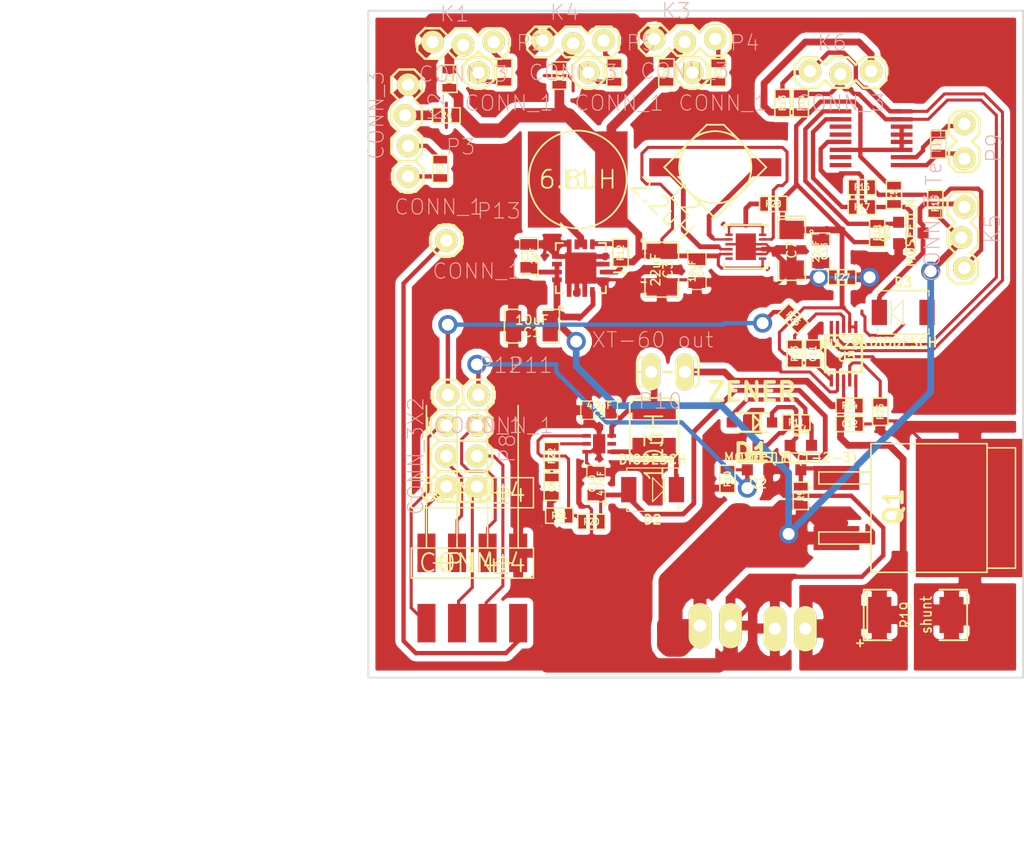
<source format=kicad_pcb>
(kicad_pcb (version 3) (host pcbnew "(2013-mar-13)-testing")
  (layers (15 F.Cu signal) (0 B.Cu signal) (18 B.Paste user) (19 F.Paste user) (20 B.SilkS user) (21 F.SilkS user) (22 B.Mask user) (23 F.Mask user) (28 Edge.Cuts user))
  (net 0 "")
  (net 1 +24V)
  (net 2 +3.3V)
  (net 3 +5V)
  (net 4 +BATT)
  (net 5 /Battery_boost)
  (net 6 /Battery_out)
  (net 7 /MISO)
  (net 8 /MOSI)
  (net 9 /PWM0)
  (net 10 /PWM1)
  (net 11 /PWM2)
  (net 12 /PWM3)
  (net 13 /SCK)
  (net 14 /SCL)
  (net 15 /SDA)
  (net 16 /V-)
  (net 17 /ina_alert)
  (net 18 /mosfet_on)
  (net 19 /~CE)
  (net 20 /~CS)
  (net 21 /~IRQ)
  (net 22 GND)
  (net 23 N-000001)
  (net 24 N-0000012)
  (net 25 N-0000013)
  (net 26 N-0000014)
  (net 27 N-0000015)
  (net 28 N-0000016)
  (net 29 N-0000017)
  (net 30 N-0000018)
  (net 31 N-0000019)
  (net 32 N-000002)
  (net 33 N-0000023)
  (net 34 N-0000024)
  (net 35 N-0000026)
  (net 36 N-0000029)
  (net 37 N-000003)
  (net 38 N-0000030)
  (net 39 N-0000032)
  (net 40 N-0000034)
  (net 41 N-0000035)
  (net 42 N-0000036)
  (net 43 N-0000037)
  (net 44 N-0000038)
  (net 45 N-0000039)
  (net 46 N-000004)
  (net 47 N-0000044)
  (net 48 N-0000045)
  (net 49 N-0000046)
  (net 50 N-0000048)
  (net 51 N-0000050)
  (net 52 N-0000051)
  (net 53 N-0000052)
  (net 54 N-0000054)
  (net 55 N-0000055)
  (net 56 N-0000056)
  (module sot404 (layer F.Cu) (at 166.497 118.237 270)
    (fp_text reference Q1 (at -0.09906 0.8001 270) (layer F.SilkS) (effects (font (thickness 0.3048))))
    (fp_text value MOS_N hide)
    (pad G smd rect (at -2.49936 5.5499 270) (size 1.99898 3.79984) (layers F.Cu F.Paste F.Mask) (net 31 N-0000019))
    (pad S smd rect (at 2.49936 5.5499 270) (size 1.99898 3.79984) (layers F.Cu F.Paste F.Mask) (net 6 /Battery_out))
    (pad D smd rect (at 0 -5.5499 270) (size 11.50112 8.99922) (layers F.Cu F.Paste F.Mask) (net 16 /V-))
  )
  (module SM0603 (layer F.Cu) (at 133.35 82.042 270)
    (fp_text reference R1 (at 0 0 270) (layer F.SilkS) (effects (font (size 0.508 0.4572) (thickness 0.1143))))
    (fp_text value R hide)
    (pad 1 smd rect (at -0.762 0 270) (size 0.635 1.143) (layers F.Cu F.Paste F.Mask) (net 23 N-000001))
    (pad 2 smd rect (at 0.762 0 270) (size 0.635 1.143) (layers F.Cu F.Paste F.Mask) (net 9 /PWM0))
  )
  (module SM0603 (layer F.Cu) (at 128.778 82.55 270)
    (fp_text reference R2 (at 0 0 270) (layer F.SilkS) (effects (font (size 0.508 0.4572) (thickness 0.1143))))
    (fp_text value R hide)
    (pad 1 smd rect (at -0.762 0 270) (size 0.635 1.143) (layers F.Cu F.Paste F.Mask) (net 32 N-000002))
    (pad 2 smd rect (at 0.762 0 270) (size 0.635 1.143) (layers F.Cu F.Paste F.Mask) (net 3 +5V))
  )
  (module SM0603 (layer F.Cu) (at 128.016 90.043 270)
    (fp_text reference R3 (at 0 0 270) (layer F.SilkS) (effects (font (size 0.508 0.4572) (thickness 0.1143))))
    (fp_text value R hide)
    (pad 1 smd rect (at -0.762 0 270) (size 0.635 1.143) (layers F.Cu F.Paste F.Mask) (net 46 N-000004))
    (pad 2 smd rect (at 0.762 0 270) (size 0.635 1.143) (layers F.Cu F.Paste F.Mask) (net 10 /PWM1))
  )
  (module SM0603 (layer F.Cu) (at 128.524 85.598)
    (fp_text reference R4 (at 0 0) (layer F.SilkS) (effects (font (size 0.508 0.4572) (thickness 0.1143))))
    (fp_text value R hide)
    (pad 1 smd rect (at -0.762 0) (size 0.635 1.143) (layers F.Cu F.Paste F.Mask) (net 37 N-000003))
    (pad 2 smd rect (at 0.762 0) (size 0.635 1.143) (layers F.Cu F.Paste F.Mask) (net 3 +5V))
  )
  (module SM0603 (layer F.Cu) (at 151.13 82.042 270)
    (fp_text reference R5 (at 0 0 270) (layer F.SilkS) (effects (font (size 0.508 0.4572) (thickness 0.1143))))
    (fp_text value R hide)
    (pad 1 smd rect (at -0.762 0 270) (size 0.635 1.143) (layers F.Cu F.Paste F.Mask) (net 28 N-0000016))
    (pad 2 smd rect (at 0.762 0 270) (size 0.635 1.143) (layers F.Cu F.Paste F.Mask) (net 11 /PWM2))
  )
  (module SM0603 (layer F.Cu) (at 146.812 82.042 270)
    (fp_text reference R6 (at 0 0 270) (layer F.SilkS) (effects (font (size 0.508 0.4572) (thickness 0.1143))))
    (fp_text value R hide)
    (pad 1 smd rect (at -0.762 0 270) (size 0.635 1.143) (layers F.Cu F.Paste F.Mask) (net 27 N-0000015))
    (pad 2 smd rect (at 0.762 0 270) (size 0.635 1.143) (layers F.Cu F.Paste F.Mask) (net 3 +5V))
  )
  (module SM0603 (layer F.Cu) (at 142.494 82.042 270)
    (fp_text reference R7 (at 0 0 270) (layer F.SilkS) (effects (font (size 0.508 0.4572) (thickness 0.1143))))
    (fp_text value R hide)
    (pad 1 smd rect (at -0.762 0 270) (size 0.635 1.143) (layers F.Cu F.Paste F.Mask) (net 30 N-0000018))
    (pad 2 smd rect (at 0.762 0 270) (size 0.635 1.143) (layers F.Cu F.Paste F.Mask) (net 12 /PWM3))
  )
  (module SM0603 (layer F.Cu) (at 137.922 82.296 270)
    (fp_text reference R8 (at 0 0 270) (layer F.SilkS) (effects (font (size 0.508 0.4572) (thickness 0.1143))))
    (fp_text value R hide)
    (pad 1 smd rect (at -0.762 0 270) (size 0.635 1.143) (layers F.Cu F.Paste F.Mask) (net 29 N-0000017))
    (pad 2 smd rect (at 0.762 0 270) (size 0.635 1.143) (layers F.Cu F.Paste F.Mask) (net 3 +5V))
  )
  (module SOT23GDS (layer F.Cu) (at 154.432 114.046 180)
    (fp_text reference Q2 (at 0 -2.159 180) (layer F.SilkS) (effects (font (size 0.762 0.762) (thickness 0.12954))))
    (fp_text value MOSFET_N (at 0 0 180) (layer F.SilkS) (effects (font (size 0.762 0.762) (thickness 0.12954))))
    (pad S smd rect (at -0.889 -1.016 180) (size 0.9144 0.9144) (layers F.Cu F.Paste F.Mask) (net 22 GND))
    (pad G smd rect (at 0.889 -1.016 180) (size 0.9144 0.9144) (layers F.Cu F.Paste F.Mask) (net 18 /mosfet_on))
    (pad D smd rect (at 0 1.016 180) (size 0.9144 0.9144) (layers F.Cu F.Paste F.Mask) (net 41 N-0000035))
  )
  (module SM1210 (layer F.Cu) (at 135.636 103.124 180)
    (fp_text reference C1 (at 0 -0.508 180) (layer F.SilkS) (effects (font (size 0.762 0.762) (thickness 0.127))))
    (fp_text value 10uF (at 0 0.508 180) (layer F.SilkS) (effects (font (size 0.762 0.762) (thickness 0.127))))
    (pad 1 smd rect (at -1.524 0 180) (size 1.27 2.54) (layers F.Cu F.Paste F.Mask) (net 6 /Battery_out))
    (pad 2 smd rect (at 1.524 0 180) (size 1.27 2.54) (layers F.Cu F.Paste F.Mask) (net 22 GND))
  )
  (module SM1210 (layer F.Cu) (at 146.431 98.425 270)
    (fp_text reference C3 (at 0 -0.508 270) (layer F.SilkS) (effects (font (size 0.762 0.762) (thickness 0.127))))
    (fp_text value 22uF (at 0 0.508 270) (layer F.SilkS) (effects (font (size 0.762 0.762) (thickness 0.127))))
    (pad 1 smd rect (at -1.524 0 270) (size 1.27 2.54) (layers F.Cu F.Paste F.Mask) (net 3 +5V))
    (pad 2 smd rect (at 1.524 0 270) (size 1.27 2.54) (layers F.Cu F.Paste F.Mask) (net 22 GND))
  )
  (module SM0805 (layer F.Cu) (at 135.382 97.282 90)
    (fp_text reference C2 (at 0 -0.3175 90) (layer F.SilkS) (effects (font (size 0.50038 0.50038) (thickness 0.10922))))
    (fp_text value 1uF (at 0 0.381 90) (layer F.SilkS) (effects (font (size 0.50038 0.50038) (thickness 0.10922))))
    (pad 1 smd rect (at -0.9525 0 90) (size 0.889 1.397) (layers F.Cu F.Paste F.Mask) (net 6 /Battery_out))
    (pad 2 smd rect (at 0.9525 0 90) (size 0.889 1.397) (layers F.Cu F.Paste F.Mask) (net 22 GND))
  )
  (module SM0805 (layer F.Cu) (at 149.352 98.552 270)
    (fp_text reference C4 (at 0 -0.3175 270) (layer F.SilkS) (effects (font (size 0.50038 0.50038) (thickness 0.10922))))
    (fp_text value 10uF (at 0 0.381 270) (layer F.SilkS) (effects (font (size 0.50038 0.50038) (thickness 0.10922))))
    (pad 1 smd rect (at -0.9525 0 270) (size 0.889 1.397) (layers F.Cu F.Paste F.Mask) (net 3 +5V))
    (pad 2 smd rect (at 0.9525 0 270) (size 0.889 1.397) (layers F.Cu F.Paste F.Mask) (net 22 GND))
  )
  (module SM0603 (layer F.Cu) (at 157.988 117.221 270)
    (fp_text reference R9 (at 0 0 270) (layer F.SilkS) (effects (font (size 0.508 0.4572) (thickness 0.1143))))
    (fp_text value R hide)
    (pad 1 smd rect (at -0.762 0 270) (size 0.635 1.143) (layers F.Cu F.Paste F.Mask) (net 31 N-0000019))
    (pad 2 smd rect (at 0.762 0 270) (size 0.635 1.143) (layers F.Cu F.Paste F.Mask) (net 6 /Battery_out))
  )
  (module SM0603 (layer F.Cu) (at 157.607 111.125 180)
    (fp_text reference R11 (at 0 0 180) (layer F.SilkS) (effects (font (size 0.508 0.4572) (thickness 0.1143))))
    (fp_text value R hide)
    (pad 1 smd rect (at -0.762 0 180) (size 0.635 1.143) (layers F.Cu F.Paste F.Mask) (net 40 N-0000034))
    (pad 2 smd rect (at 0.762 0 180) (size 0.635 1.143) (layers F.Cu F.Paste F.Mask) (net 41 N-0000035))
  )
  (module SM0603 (layer F.Cu) (at 143.002 97.028 90)
    (fp_text reference R12 (at 0 0 90) (layer F.SilkS) (effects (font (size 0.508 0.4572) (thickness 0.1143))))
    (fp_text value 1M hide)
    (pad 1 smd rect (at -0.762 0 90) (size 0.635 1.143) (layers F.Cu F.Paste F.Mask) (net 3 +5V))
    (pad 2 smd rect (at 0.762 0 90) (size 0.635 1.143) (layers F.Cu F.Paste F.Mask) (net 26 N-0000014))
  )
  (module SM0603 (layer F.Cu) (at 151.892 115.824 270)
    (fp_text reference R10 (at 0 0 270) (layer F.SilkS) (effects (font (size 0.508 0.4572) (thickness 0.1143))))
    (fp_text value R hide)
    (pad 1 smd rect (at -0.762 0 270) (size 0.635 1.143) (layers F.Cu F.Paste F.Mask) (net 18 /mosfet_on))
    (pad 2 smd rect (at 0.762 0 270) (size 0.635 1.143) (layers F.Cu F.Paste F.Mask) (net 22 GND))
  )
  (module SOT23GDS (layer F.Cu) (at 167.132 95.377 90)
    (fp_text reference Q3 (at 0 -2.159 90) (layer F.SilkS) (effects (font (size 0.762 0.762) (thickness 0.12954))))
    (fp_text value MOSFET_N (at 0 0 90) (layer F.SilkS) (effects (font (size 0.762 0.762) (thickness 0.12954))))
    (pad S smd rect (at -0.889 -1.016 90) (size 0.9144 0.9144) (layers F.Cu F.Paste F.Mask) (net 22 GND))
    (pad G smd rect (at 0.889 -1.016 90) (size 0.9144 0.9144) (layers F.Cu F.Paste F.Mask) (net 42 N-0000036))
    (pad D smd rect (at 0 1.016 90) (size 0.9144 0.9144) (layers F.Cu F.Paste F.Mask) (net 24 N-0000012))
  )
  (module SM0603 (layer F.Cu) (at 165.735 92.202 270)
    (fp_text reference C5 (at 0 0 270) (layer F.SilkS) (effects (font (size 0.508 0.4572) (thickness 0.1143))))
    (fp_text value 0.1uF hide)
    (pad 1 smd rect (at -0.762 0 270) (size 0.635 1.143) (layers F.Cu F.Paste F.Mask) (net 2 +3.3V))
    (pad 2 smd rect (at 0.762 0 270) (size 0.635 1.143) (layers F.Cu F.Paste F.Mask) (net 22 GND))
  )
  (module SM0603 (layer F.Cu) (at 164.338 95.377 90)
    (fp_text reference R18 (at 0 0 90) (layer F.SilkS) (effects (font (size 0.508 0.4572) (thickness 0.1143))))
    (fp_text value 3k3 hide)
    (pad 1 smd rect (at -0.762 0 90) (size 0.635 1.143) (layers F.Cu F.Paste F.Mask) (net 2 +3.3V))
    (pad 2 smd rect (at 0.762 0 90) (size 0.635 1.143) (layers F.Cu F.Paste F.Mask) (net 42 N-0000036))
  )
  (module SM0603 (layer F.Cu) (at 163.068 91.567 180)
    (fp_text reference R16 (at 0 0 180) (layer F.SilkS) (effects (font (size 0.508 0.4572) (thickness 0.1143))))
    (fp_text value 10k hide)
    (pad 1 smd rect (at -0.762 0 180) (size 0.635 1.143) (layers F.Cu F.Paste F.Mask) (net 44 N-0000038))
    (pad 2 smd rect (at 0.762 0 180) (size 0.635 1.143) (layers F.Cu F.Paste F.Mask) (net 43 N-0000037))
  )
  (module SM0603 (layer F.Cu) (at 163.068 93.218)
    (fp_text reference R17 (at 0 0) (layer F.SilkS) (effects (font (size 0.508 0.4572) (thickness 0.1143))))
    (fp_text value 4k7 hide)
    (pad 1 smd rect (at -0.762 0) (size 0.635 1.143) (layers F.Cu F.Paste F.Mask) (net 43 N-0000037))
    (pad 2 smd rect (at 0.762 0) (size 0.635 1.143) (layers F.Cu F.Paste F.Mask) (net 22 GND))
  )
  (module SM0603 (layer F.Cu) (at 169.164 92.964 90)
    (fp_text reference R15 (at 0 0 90) (layer F.SilkS) (effects (font (size 0.508 0.4572) (thickness 0.1143))))
    (fp_text value 10k hide)
    (pad 1 smd rect (at -0.762 0 90) (size 0.635 1.143) (layers F.Cu F.Paste F.Mask) (net 6 /Battery_out))
    (pad 2 smd rect (at 0.762 0 90) (size 0.635 1.143) (layers F.Cu F.Paste F.Mask) (net 44 N-0000038))
  )
  (module SM0603 (layer F.Cu) (at 169.418 88.011 270)
    (fp_text reference C6 (at 0 0 270) (layer F.SilkS) (effects (font (size 0.508 0.4572) (thickness 0.1143))))
    (fp_text value 0.01uF hide)
    (pad 1 smd rect (at -0.762 0 270) (size 0.635 1.143) (layers F.Cu F.Paste F.Mask) (net 54 N-0000054))
    (pad 2 smd rect (at 0.762 0 270) (size 0.635 1.143) (layers F.Cu F.Paste F.Mask) (net 55 N-0000055))
  )
  (module SM0603 (layer F.Cu) (at 156.464 84.582 90)
    (fp_text reference R13 (at 0 0 90) (layer F.SilkS) (effects (font (size 0.508 0.4572) (thickness 0.1143))))
    (fp_text value 3k3 hide)
    (pad 1 smd rect (at -0.762 0 90) (size 0.635 1.143) (layers F.Cu F.Paste F.Mask) (net 2 +3.3V))
    (pad 2 smd rect (at 0.762 0 90) (size 0.635 1.143) (layers F.Cu F.Paste F.Mask) (net 14 /SCL))
  )
  (module SM0603 (layer F.Cu) (at 157.988 84.582 90)
    (fp_text reference R14 (at 0 0 90) (layer F.SilkS) (effects (font (size 0.508 0.4572) (thickness 0.1143))))
    (fp_text value 3k3 hide)
    (pad 1 smd rect (at -0.762 0 90) (size 0.635 1.143) (layers F.Cu F.Paste F.Mask) (net 2 +3.3V))
    (pad 2 smd rect (at 0.762 0 90) (size 0.635 1.143) (layers F.Cu F.Paste F.Mask) (net 15 /SDA))
  )
  (module QFN65P400X400X100-17N (layer F.Cu) (at 139.7 98.298)
    (fp_text reference U2)
    (fp_text value TPS62112RSAT_QFN65P400X400X100-17N)
    (fp_text user * (at -3.5814 -0.4064) (layer F.SilkS) (effects (font (size 1.27 1.27) (thickness 0.0762))))
    (pad 1 smd rect (at -1.9812 -0.9652 270) (size 0.381 0.8128) (layers F.Cu F.Paste F.Mask) (net 22 GND))
    (pad 2 smd rect (at -1.9812 -0.3302 270) (size 0.381 0.8128) (layers F.Cu F.Paste F.Mask) (net 6 /Battery_out))
    (pad 3 smd rect (at -1.9812 0.3302 270) (size 0.381 0.8128) (layers F.Cu F.Paste F.Mask) (net 6 /Battery_out))
    (pad 4 smd rect (at -1.9812 0.9652 270) (size 0.381 0.8128) (layers F.Cu F.Paste F.Mask) (net 6 /Battery_out))
    (pad 5 smd rect (at -0.9652 1.9812 180) (size 0.381 0.8128) (layers F.Cu F.Paste F.Mask) (net 22 GND))
    (pad 6 smd rect (at -0.3302 1.9812 180) (size 0.381 0.8128) (layers F.Cu F.Paste F.Mask) (net 22 GND))
    (pad 7 smd rect (at 0.3302 1.9812 180) (size 0.381 0.8128) (layers F.Cu F.Paste F.Mask) (net 22 GND))
    (pad 8 smd rect (at 0.9652 1.9812 180) (size 0.381 0.8128) (layers F.Cu F.Paste F.Mask) (net 6 /Battery_out))
    (pad 9 smd rect (at 1.9812 0.9652 270) (size 0.381 0.8128) (layers F.Cu F.Paste F.Mask) (net 22 GND))
    (pad 10 smd rect (at 1.9812 0.3302 270) (size 0.381 0.8128) (layers F.Cu F.Paste F.Mask) (net 3 +5V))
    (pad 11 smd rect (at 1.9812 -0.3302 270) (size 0.381 0.8128) (layers F.Cu F.Paste F.Mask) (net 22 GND))
    (pad 12 smd rect (at 1.9812 -0.9652 270) (size 0.381 0.8128) (layers F.Cu F.Paste F.Mask) (net 22 GND))
    (pad 13 smd rect (at 0.9652 -1.9812 180) (size 0.381 0.8128) (layers F.Cu F.Paste F.Mask) (net 26 N-0000014))
    (pad 14 smd rect (at 0.3302 -1.9812 180) (size 0.381 0.8128) (layers F.Cu F.Paste F.Mask) (net 25 N-0000013))
    (pad 15 smd rect (at -0.3302 -1.9812 180) (size 0.381 0.8128) (layers F.Cu F.Paste F.Mask) (net 25 N-0000013))
    (pad 16 smd rect (at -0.9652 -1.9812 180) (size 0.381 0.8128) (layers F.Cu F.Paste F.Mask) (net 22 GND))
    (pad 17 smd rect (at 0 0) (size 2.5908 2.5908) (layers F.Cu F.Paste F.Mask) (net 22 GND))
  )
  (module SparkFun-1X02_LONGPADS (layer F.Cu) (at 158.369 128.27 180)
    (fp_text reference P6 (at 0 0 180) (layer F.SilkS) (effects (font (size 0.0004 0.0004) (thickness 0.00012))))
    (fp_text value Bat_in (at 0 0 180) (layer F.SilkS) (effects (font (size 0.0004 0.0004) (thickness 0.00012))))
    (pad 1 thru_hole oval (at 0 0 180) (size 1.8796 3.7592) (drill 1.016) (layers *.Cu F.Paste F.SilkS F.Mask) (net 4 +BATT))
    (pad 2 thru_hole oval (at 2.54 0 180) (size 1.8796 3.7592) (drill 1.016) (layers *.Cu F.Paste F.SilkS F.Mask) (net 22 GND))
  )
  (module SparkFun-1X02_LONGPADS (layer F.Cu) (at 149.606 128.016)
    (fp_text reference P7 (at 0 0) (layer F.SilkS) (effects (font (size 0.0004 0.0004) (thickness 0.00012))))
    (fp_text value "XT-60 out" (at 0 0) (layer F.SilkS) (effects (font (size 0.0004 0.0004) (thickness 0.00012))))
    (pad 1 thru_hole oval (at 0 0) (size 1.8796 3.7592) (drill 1.016) (layers *.Cu F.Paste F.SilkS F.Mask) (net 6 /Battery_out))
    (pad 2 thru_hole oval (at 2.54 0) (size 1.8796 3.7592) (drill 1.016) (layers *.Cu F.Paste F.SilkS F.Mask) (net 22 GND))
  )
  (module DBQ16 (layer F.Cu) (at 163.83 87.503)
    (fp_text reference U1)
    (fp_text value AMC6821_DBQ_16_DBQ16)
    (pad 1 smd rect (at -2.54 -2.2352) (size 1.8034 0.3556) (layers F.Cu F.Paste F.Mask) (net 42 N-0000036))
    (pad 2 smd rect (at -2.54 -1.5748) (size 1.8034 0.3556) (layers F.Cu F.Paste F.Mask) (net 43 N-0000037))
    (pad 3 smd rect (at -2.54 -0.9652) (size 1.8034 0.3556) (layers F.Cu F.Paste F.Mask) (net 48 N-0000045))
    (pad 4 smd rect (at -2.54 -0.3048) (size 1.8034 0.3556) (layers F.Cu F.Paste F.Mask) (net 49 N-0000046))
    (pad 5 smd rect (at -2.54 0.3048) (size 1.8034 0.3556) (layers F.Cu F.Paste F.Mask) (net 22 GND))
    (pad 6 smd rect (at -2.54 0.9652) (size 1.8034 0.3556) (layers F.Cu F.Paste F.Mask) (net 2 +3.3V))
    (pad 7 smd rect (at -2.54 1.5748) (size 1.8034 0.3556) (layers F.Cu F.Paste F.Mask) (net 47 N-0000044))
    (pad 8 smd rect (at -2.54 2.2352) (size 1.8034 0.3556) (layers F.Cu F.Paste F.Mask) (net 50 N-0000048))
    (pad 9 smd rect (at 2.54 2.2352) (size 1.8034 0.3556) (layers F.Cu F.Paste F.Mask) (net 55 N-0000055))
    (pad 10 smd rect (at 2.54 1.5748) (size 1.8034 0.3556) (layers F.Cu F.Paste F.Mask) (net 54 N-0000054))
    (pad 11 smd rect (at 2.54 0.9652) (size 1.8034 0.3556) (layers F.Cu F.Paste F.Mask) (net 2 +3.3V))
    (pad 12 smd rect (at 2.54 0.3048) (size 1.8034 0.3556) (layers F.Cu F.Paste F.Mask) (net 2 +3.3V))
    (pad 13 smd rect (at 2.54 -0.3048) (size 1.8034 0.3556) (layers F.Cu F.Paste F.Mask) (net 2 +3.3V))
    (pad 14 smd rect (at 2.54 -0.9652) (size 1.8034 0.3556) (layers F.Cu F.Paste F.Mask) (net 2 +3.3V))
    (pad 15 smd rect (at 2.54 -1.5748) (size 1.8034 0.3556) (layers F.Cu F.Paste F.Mask) (net 15 /SDA))
    (pad 16 smd rect (at 2.54 -2.2352) (size 1.8034 0.3556) (layers F.Cu F.Paste F.Mask) (net 14 /SCL))
  )
  (module SM1206POL (layer F.Cu) (at 157.226 96.774 270)
    (fp_text reference C7 (at 0 0 270) (layer F.SilkS) (effects (font (size 0.762 0.762) (thickness 0.127))))
    (fp_text value 22uF hide)
    (pad 1 smd rect (at -1.651 0 270) (size 1.524 2.032) (layers F.Cu F.Paste F.Mask) (net 2 +3.3V))
    (pad 2 smd rect (at 1.651 0 270) (size 1.524 2.032) (layers F.Cu F.Paste F.Mask) (net 22 GND))
  )
  (module SM2512 (layer F.Cu) (at 167.513 127.127)
    (fp_text reference R19 (at -0.8001 0 90) (layer F.SilkS) (effects (font (size 0.889 0.762) (thickness 0.127))))
    (fp_text value shunt (at 0.89916 0 90) (layer F.SilkS) (effects (font (size 0.889 0.762) (thickness 0.127))))
    (fp_text user + (at -4.59994 2.30124) (layer F.SilkS) (effects (font (size 0.7 0.7))))
    (pad 1 smd rect (at -2.99974 0) (size 1.99898 2.99974) (layers F.Cu F.Paste F.Mask) (net 4 +BATT))
    (pad 2 smd rect (at 2.99974 0) (size 1.99898 2.99974) (layers F.Cu F.Paste F.Mask) (net 16 /V-))
  )
  (module SDF12A (layer F.Cu) (at 153.416 96.52)
    (fp_text reference U3)
    (fp_text value LM3668_DQB_12_SDF12A)
    (pad 1 smd rect (at -1.397 -0.9906) (size 0.6096 0.2032) (layers F.Cu F.Paste F.Mask) (net 2 +3.3V))
    (pad 2 smd rect (at -1.397 -0.6096) (size 0.6096 0.2032) (layers F.Cu F.Paste F.Mask) (net 39 N-0000032))
    (pad 3 smd rect (at -1.397 -0.2032) (size 0.6096 0.2032) (layers F.Cu F.Paste F.Mask) (net 22 GND))
    (pad 4 smd rect (at -1.397 0.2032) (size 0.6096 0.2032) (layers F.Cu F.Paste F.Mask) (net 45 N-0000039))
    (pad 5 smd rect (at -1.397 0.6096) (size 0.6096 0.2032) (layers F.Cu F.Paste F.Mask) (net 3 +5V))
    (pad 6 smd rect (at -1.397 0.9906) (size 0.6096 0.2032) (layers F.Cu F.Paste F.Mask) (net 56 N-0000056))
    (pad 7 smd rect (at 1.397 0.9906 180) (size 0.6096 0.2032) (layers F.Cu F.Paste F.Mask) (net 3 +5V))
    (pad 8 smd rect (at 1.397 0.6096 180) (size 0.6096 0.2032) (layers F.Cu F.Paste F.Mask) (net 22 GND))
    (pad 9 smd rect (at 1.397 0.2032 180) (size 0.6096 0.2032) (layers F.Cu F.Paste F.Mask) (net 22 GND))
    (pad 10 smd rect (at 1.397 -0.2032 180) (size 0.6096 0.2032) (layers F.Cu F.Paste F.Mask) (net 22 GND))
    (pad 11 smd rect (at 1.397 -0.6096 180) (size 0.6096 0.2032) (layers F.Cu F.Paste F.Mask) (net 3 +5V))
    (pad 12 smd rect (at 1.397 -0.9906 180) (size 0.6096 0.2032) (layers F.Cu F.Paste F.Mask) (net 2 +3.3V))
    (pad 13 smd rect (at 0 0) (size 1.6764 2.2098) (layers F.Cu F.Paste F.Mask) (net 22 GND))
  )
  (module inductor (layer F.Cu) (at 150.876 89.916 135)
    (fp_text reference L2 (at -0.2 -3.7 135) (layer F.SilkS) (effects (font (size 1.5 1.5))))
    (fp_text value 2.2uH (at 0.7 -5.5 135) (layer F.SilkS) (effects (font (size 1.5 1.5))))
    (pad 1 smd rect (at 3 -3 180) (size 2.5 1.5) (layers F.Cu F.Paste F.Mask) (net 45 N-0000039))
    (pad 2 smd rect (at -3 3 180) (size 2.5 1.5) (layers F.Cu F.Paste F.Mask) (net 39 N-0000032))
  )
  (module bournes_7.8 (layer F.Cu) (at 139.446 90.932)
    (fp_text reference L1 (at 0 0) (layer F.SilkS) (effects (font (size 1.5 1.5))))
    (fp_text value 6.8uH (at 0 0) (layer F.SilkS) (effects (font (size 1.5 1.5))))
    (pad 1 smd rect (at -2.794 0) (size 2.7 8) (layers F.Cu F.Paste F.Mask) (net 25 N-0000013))
    (pad 2 smd rect (at 2.794 0) (size 2.7 8) (layers F.Cu F.Paste F.Mask) (net 3 +5V))
  )
  (module SparkFun-1X02_LOCK_LONGPADS (layer F.Cu) (at 148.209 106.934 180)
    (fp_text reference P10 (at 1.905 -2.413 180) (layer B.SilkS) (effects (font (size 1.27 1.27) (thickness 0.0889))))
    (fp_text value "XT-60 out" (at 2.54 2.667 180) (layer B.SilkS) (effects (font (size 1.27 1.27) (thickness 0.0889))))
    (pad 1 thru_hole oval (at -0.127 0 180) (size 1.524 3.048) (drill 1.016) (layers *.Cu F.Paste F.SilkS F.Mask) (net 4 +BATT))
    (pad 2 thru_hole oval (at 2.667 0 180) (size 1.524 3.048) (drill 1.016) (layers *.Cu F.Paste F.SilkS F.Mask) (net 5 /Battery_boost))
  )
  (module SparkFun-1X01 (layer F.Cu) (at 131.191 108.839)
    (fp_text reference P11 (at 4.36626 -2.4638) (layer B.SilkS) (effects (font (size 1.27 1.27) (thickness 0.0889))))
    (fp_text value CONN_1 (at 2.54 2.54) (layer B.SilkS) (effects (font (size 1.27 1.27) (thickness 0.0889))))
    (pad 1 thru_hole circle (at 0 0) (size 1.8796 1.8796) (drill 1.016) (layers *.Cu F.Paste F.SilkS F.Mask) (net 18 /mosfet_on))
  )
  (module SM0805 (layer F.Cu) (at 140.97 116.205 90)
    (fp_text reference C10 (at 0 -0.3175 90) (layer F.SilkS) (effects (font (size 0.50038 0.50038) (thickness 0.10922))))
    (fp_text value 4.7uF (at 0 0.381 90) (layer F.SilkS) (effects (font (size 0.50038 0.50038) (thickness 0.10922))))
    (pad 1 smd rect (at -0.9525 0 90) (size 0.889 1.397) (layers F.Cu F.Paste F.Mask) (net 1 +24V))
    (pad 2 smd rect (at 0.9525 0 90) (size 0.889 1.397) (layers F.Cu F.Paste F.Mask) (net 22 GND))
  )
  (module SM0805 (layer F.Cu) (at 141.224 110.109 180)
    (fp_text reference C9 (at 0 -0.3175 180) (layer F.SilkS) (effects (font (size 0.50038 0.50038) (thickness 0.10922))))
    (fp_text value 4.7uF (at 0 0.381 180) (layer F.SilkS) (effects (font (size 0.50038 0.50038) (thickness 0.10922))))
    (pad 1 smd rect (at -0.9525 0 180) (size 0.889 1.397) (layers F.Cu F.Paste F.Mask) (net 5 /Battery_boost))
    (pad 2 smd rect (at 0.9525 0 180) (size 0.889 1.397) (layers F.Cu F.Paste F.Mask) (net 22 GND))
  )
  (module SM0603 (layer F.Cu) (at 137.287 113.919 90)
    (fp_text reference R22 (at 0 0 90) (layer F.SilkS) (effects (font (size 0.508 0.4572) (thickness 0.1143))))
    (fp_text value 5k hide)
    (pad 1 smd rect (at -0.762 0 90) (size 0.635 1.143) (layers F.Cu F.Paste F.Mask) (net 51 N-0000050))
    (pad 2 smd rect (at 0.762 0 90) (size 0.635 1.143) (layers F.Cu F.Paste F.Mask) (net 52 N-0000051))
  )
  (module SM0603 (layer F.Cu) (at 137.287 116.459 270)
    (fp_text reference C8 (at 0 0 270) (layer F.SilkS) (effects (font (size 0.508 0.4572) (thickness 0.1143))))
    (fp_text value 0.68nF hide)
    (pad 1 smd rect (at -0.762 0 270) (size 0.635 1.143) (layers F.Cu F.Paste F.Mask) (net 51 N-0000050))
    (pad 2 smd rect (at 0.762 0 270) (size 0.635 1.143) (layers F.Cu F.Paste F.Mask) (net 22 GND))
  )
  (module SM0603 (layer F.Cu) (at 137.922 118.872)
    (fp_text reference R21 (at 0 0) (layer F.SilkS) (effects (font (size 0.508 0.4572) (thickness 0.1143))))
    (fp_text value 10k hide)
    (pad 1 smd rect (at -0.762 0) (size 0.635 1.143) (layers F.Cu F.Paste F.Mask) (net 22 GND))
    (pad 2 smd rect (at 0.762 0) (size 0.635 1.143) (layers F.Cu F.Paste F.Mask) (net 36 N-0000029))
  )
  (module SM0603 (layer F.Cu) (at 140.589 119.38 180)
    (fp_text reference R20 (at 0 0 180) (layer F.SilkS) (effects (font (size 0.508 0.4572) (thickness 0.1143))))
    (fp_text value 120K hide)
    (pad 1 smd rect (at -0.762 0 180) (size 0.635 1.143) (layers F.Cu F.Paste F.Mask) (net 1 +24V))
    (pad 2 smd rect (at 0.762 0 180) (size 0.635 1.143) (layers F.Cu F.Paste F.Mask) (net 36 N-0000029))
  )
  (module DRV6_1P6X1 (layer F.Cu) (at 141.224 112.903)
    (fp_text reference U4)
    (fp_text value TPS61170_DRV_6_DRV6_1P6X1)
    (pad 1 smd rect (at -1.0414 -0.6604) (size 0.7112 0.3048) (layers F.Cu F.Paste F.Mask) (net 36 N-0000029))
    (pad 2 smd rect (at -1.0414 0) (size 0.7112 0.3048) (layers F.Cu F.Paste F.Mask) (net 52 N-0000051))
    (pad 3 smd rect (at -1.0414 0.6604) (size 0.7112 0.3048) (layers F.Cu F.Paste F.Mask) (net 22 GND))
    (pad 4 smd rect (at 1.0414 0.6604 180) (size 0.7112 0.3048) (layers F.Cu F.Paste F.Mask) (net 38 N-0000030))
    (pad 5 smd rect (at 1.0414 0 180) (size 0.7112 0.3048) (layers F.Cu F.Paste F.Mask) (net 53 N-0000052))
    (pad 6 smd rect (at 1.0414 -0.6604 180) (size 0.7112 0.3048) (layers F.Cu F.Paste F.Mask) (net 5 /Battery_boost))
    (pad 7 smd rect (at 0 0) (size 1.016 1.6002) (layers F.Cu F.Paste F.Mask) (net 22 GND))
  )
  (module SOD123_mod (layer F.Cu) (at 153.924 111.125 180)
    (fp_text reference D1 (at 0 -2.54 180) (layer F.SilkS) (effects (font (thickness 0.3048))))
    (fp_text value ZENER (at 0 2.54 180) (layer F.SilkS) (effects (font (thickness 0.3048))))
    (pad 2 smd rect (at -1.67386 0 180) (size 0.8509 0.8509) (layers F.Cu F.Paste F.Mask) (net 1 +24V))
    (pad 1 smd rect (at 1.67386 0 180) (size 0.8509 0.8509) (layers F.Cu F.Paste F.Mask) (net 40 N-0000034))
  )
  (module SMB (layer F.Cu) (at 145.669 116.713 180)
    (fp_text reference D2 (at 0 -2.49936 180) (layer F.SilkS) (effects (font (size 0.762 0.762) (thickness 0.1524))))
    (fp_text value DIODESCH (at 0 2.49936 180) (layer F.SilkS) (effects (font (size 0.762 0.762) (thickness 0.1524))))
    (pad 1 smd rect (at -1.9812 0 180) (size 1.27 2.10058) (layers F.Cu F.Paste F.Mask) (net 38 N-0000030))
    (pad 2 smd rect (at 1.9812 0 180) (size 1.27 2.10058) (layers F.Cu F.Paste F.Mask) (net 1 +24V))
  )
  (module SOT23GDS (layer F.Cu) (at 157.988 114.046)
    (fp_text reference Q4 (at 0 -2.159) (layer F.SilkS) (effects (font (size 0.762 0.762) (thickness 0.12954))))
    (fp_text value "MOS_P_(1-2-3)" (at 0 0) (layer F.SilkS) (effects (font (size 0.762 0.762) (thickness 0.12954))))
    (pad S smd rect (at -0.889 -1.016) (size 0.9144 0.9144) (layers F.Cu F.Paste F.Mask) (net 1 +24V))
    (pad G smd rect (at 0.889 -1.016) (size 0.9144 0.9144) (layers F.Cu F.Paste F.Mask) (net 40 N-0000034))
    (pad D smd rect (at 0 1.016) (size 0.9144 0.9144) (layers F.Cu F.Paste F.Mask) (net 31 N-0000019))
  )
  (module SM0603 (layer F.Cu) (at 159.004 105.41 90)
    (fp_text reference C11 (at 0 0 90) (layer F.SilkS) (effects (font (size 0.508 0.4572) (thickness 0.1143))))
    (fp_text value 0.1uF hide)
    (pad 1 smd rect (at -0.762 0 90) (size 0.635 1.143) (layers F.Cu F.Paste F.Mask) (net 2 +3.3V))
    (pad 2 smd rect (at 0.762 0 90) (size 0.635 1.143) (layers F.Cu F.Paste F.Mask) (net 22 GND))
  )
  (module SM0603 (layer F.Cu) (at 162.052 111.252)
    (fp_text reference C12 (at 0 0) (layer F.SilkS) (effects (font (size 0.508 0.4572) (thickness 0.1143))))
    (fp_text value 0.1uF hide)
    (pad 1 smd rect (at -0.762 0) (size 0.635 1.143) (layers F.Cu F.Paste F.Mask) (net 4 +BATT))
    (pad 2 smd rect (at 0.762 0) (size 0.635 1.143) (layers F.Cu F.Paste F.Mask) (net 16 /V-))
  )
  (module SparkFun-1X01 (layer F.Cu) (at 128.651 108.839)
    (fp_text reference P12 (at 4.36626 -2.4638) (layer B.SilkS) (effects (font (size 1.27 1.27) (thickness 0.0889))))
    (fp_text value CONN_1 (at 2.54 2.54) (layer B.SilkS) (effects (font (size 1.27 1.27) (thickness 0.0889))))
    (pad 1 thru_hole circle (at 0 0) (size 1.8796 1.8796) (drill 1.016) (layers *.Cu F.Paste F.SilkS F.Mask) (net 34 N-0000024))
  )
  (module SM0603 (layer F.Cu) (at 157.48 105.41 90)
    (fp_text reference R23 (at 0 0 90) (layer F.SilkS) (effects (font (size 0.508 0.4572) (thickness 0.1143))))
    (fp_text value 3k3 hide)
    (pad 1 smd rect (at -0.762 0 90) (size 0.635 1.143) (layers F.Cu F.Paste F.Mask) (net 2 +3.3V))
    (pad 2 smd rect (at 0.762 0 90) (size 0.635 1.143) (layers F.Cu F.Paste F.Mask) (net 17 /ina_alert))
  )
  (module SM0603 (layer F.Cu) (at 162.052 109.728 180)
    (fp_text reference R24 (at 0 0 180) (layer F.SilkS) (effects (font (size 0.508 0.4572) (thickness 0.1143))))
    (fp_text value 10k hide)
    (pad 1 smd rect (at -0.762 0 180) (size 0.635 1.143) (layers F.Cu F.Paste F.Mask) (net 35 N-0000026))
    (pad 2 smd rect (at 0.762 0 180) (size 0.635 1.143) (layers F.Cu F.Paste F.Mask) (net 4 +BATT))
  )
  (module SM0603 (layer F.Cu) (at 164.592 110.236 270)
    (fp_text reference R25 (at 0 0 270) (layer F.SilkS) (effects (font (size 0.508 0.4572) (thickness 0.1143))))
    (fp_text value 10k hide)
    (pad 1 smd rect (at -0.762 0 270) (size 0.635 1.143) (layers F.Cu F.Paste F.Mask) (net 33 N-0000023))
    (pad 2 smd rect (at 0.762 0 270) (size 0.635 1.143) (layers F.Cu F.Paste F.Mask) (net 16 /V-))
  )
  (module MSOP10-0.5 (layer F.Cu) (at 161.544 105.41 180)
    (fp_text reference U5 (at -0.254 -0.254 180) (layer F.SilkS) (effects (font (size 0.762 0.762) (thickness 0.1524))))
    (fp_text value INA226 (at 0 0.762 180) (layer F.SilkS) (effects (font (size 0.762 0.762) (thickness 0.1524))))
    (pad 1 smd rect (at -1.016 2.2225 180) (size 0.26924 1.00076) (layers F.Cu F.Paste F.Mask) (net 2 +3.3V))
    (pad 2 smd rect (at -0.508 2.2225 180) (size 0.26924 1.00076) (layers F.Cu F.Paste F.Mask) (net 2 +3.3V))
    (pad 3 smd rect (at 0 2.2225 180) (size 0.26924 1.00076) (layers F.Cu F.Paste F.Mask) (net 17 /ina_alert))
    (pad 4 smd rect (at 0.508 2.2225 180) (size 0.26924 1.00076) (layers F.Cu F.Paste F.Mask) (net 15 /SDA))
    (pad 5 smd rect (at 1.016 2.2225 180) (size 0.26924 1.00076) (layers F.Cu F.Paste F.Mask) (net 14 /SCL))
    (pad 6 smd rect (at 1.016 -2.2225 180) (size 0.26924 1.00076) (layers F.Cu F.Paste F.Mask) (net 2 +3.3V))
    (pad 7 smd rect (at 0.508 -2.2225 180) (size 0.26924 1.00076) (layers F.Cu F.Paste F.Mask) (net 22 GND))
    (pad 8 smd rect (at 0 -2.2225 180) (size 0.26924 1.00076) (layers F.Cu F.Paste F.Mask) (net 4 +BATT))
    (pad 9 smd rect (at -0.508 -2.2225 180) (size 0.26924 1.00076) (layers F.Cu F.Paste F.Mask) (net 33 N-0000023))
    (pad 10 smd rect (at -1.016 -2.2225 180) (size 0.26924 1.00076) (layers F.Cu F.Paste F.Mask) (net 35 N-0000026))
  )
  (module 4x4 (layer F.Cu) (at 145.796 113.157 90)
    (fp_text reference L3 (at 0 0 90) (layer F.SilkS) (effects (font (size 1.5 1.5))))
    (fp_text value 10uH (at 0 0 90) (layer F.SilkS) (effects (font (size 1.5 1.5))))
    (pad 1 smd rect (at 0 0 90) (size 1.50114 3.6) (layers F.Cu F.Paste F.Mask) (net 38 N-0000030))
    (pad 2 smd rect (at 3.048 0 90) (size 1.50114 3.6) (layers F.Cu F.Paste F.Mask) (net 5 /Battery_boost))
  )
  (module SparkFun-1X01 (layer F.Cu) (at 131.191 82.042)
    (fp_text reference P2 (at 4.36626 -2.4638) (layer B.SilkS) (effects (font (size 1.27 1.27) (thickness 0.0889))))
    (fp_text value CONN_1 (at 2.54 2.54) (layer B.SilkS) (effects (font (size 1.27 1.27) (thickness 0.0889))))
    (pad 1 thru_hole circle (at 0 0) (size 1.8796 1.8796) (drill 1.016) (layers *.Cu F.Paste F.SilkS F.Mask) (net 9 /PWM0))
  )
  (module SparkFun-1X01 (layer F.Cu) (at 125.349 90.678)
    (fp_text reference P3 (at 4.36626 -2.4638) (layer B.SilkS) (effects (font (size 1.27 1.27) (thickness 0.0889))))
    (fp_text value CONN_1 (at 2.54 2.54) (layer B.SilkS) (effects (font (size 1.27 1.27) (thickness 0.0889))))
    (pad 1 thru_hole circle (at 0 0) (size 1.8796 1.8796) (drill 1.016) (layers *.Cu F.Paste F.SilkS F.Mask) (net 10 /PWM1))
  )
  (module SparkFun-1X01 (layer F.Cu) (at 148.971 82.042)
    (fp_text reference P4 (at 4.36626 -2.4638) (layer B.SilkS) (effects (font (size 1.27 1.27) (thickness 0.0889))))
    (fp_text value CONN_1 (at 2.54 2.54) (layer B.SilkS) (effects (font (size 1.27 1.27) (thickness 0.0889))))
    (pad 1 thru_hole circle (at 0 0) (size 1.8796 1.8796) (drill 1.016) (layers *.Cu F.Paste F.SilkS F.Mask) (net 11 /PWM2))
  )
  (module SparkFun-1X01 (layer F.Cu) (at 140.335 82.042)
    (fp_text reference P5 (at 4.36626 -2.4638) (layer B.SilkS) (effects (font (size 1.27 1.27) (thickness 0.0889))))
    (fp_text value CONN_1 (at 2.54 2.54) (layer B.SilkS) (effects (font (size 1.27 1.27) (thickness 0.0889))))
    (pad 1 thru_hole circle (at 0 0) (size 1.8796 1.8796) (drill 1.016) (layers *.Cu F.Paste F.SilkS F.Mask) (net 12 /PWM3))
  )
  (module SparkFun-1X02_LOCK (layer F.Cu) (at 171.577 86.487 270)
    (fp_text reference P9 (at 1.8288 -2.4638 270) (layer B.SilkS) (effects (font (size 1.27 1.27) (thickness 0.0889))))
    (fp_text value Temp (at 2.54 2.54 270) (layer B.SilkS) (effects (font (size 1.27 1.27) (thickness 0.0889))))
    (pad 1 thru_hole circle (at -0.1778 0 270) (size 1.8796 1.8796) (drill 1.016) (layers *.Cu F.Paste F.SilkS F.Mask) (net 54 N-0000054))
    (pad 2 thru_hole circle (at 2.7178 0 270) (size 1.8796 1.8796) (drill 1.016) (layers *.Cu F.Paste F.SilkS F.Mask) (net 55 N-0000055))
  )
  (module SM0603 (layer F.Cu) (at 157.353 102.489 315)
    (fp_text reference R26 (at 0 0 315) (layer F.SilkS) (effects (font (size 0.508 0.4572) (thickness 0.1143))))
    (fp_text value ina0 hide)
    (pad 1 smd rect (at -0.762 0 315) (size 0.635 1.143) (layers F.Cu F.Paste F.Mask) (net 34 N-0000024))
    (pad 2 smd rect (at 0.762 0 315) (size 0.635 1.143) (layers F.Cu F.Paste F.Mask) (net 17 /ina_alert))
  )
  (module SparkFun-1X03_LOCK (layer F.Cu) (at 127.381 79.629)
    (fp_text reference K1 (at 1.8288 -2.4638) (layer B.SilkS) (effects (font (size 1.27 1.27) (thickness 0.0889))))
    (fp_text value CONN_3 (at 2.54 2.54) (layer B.SilkS) (effects (font (size 1.27 1.27) (thickness 0.0889))))
    (pad 1 thru_hole circle (at 0 -0.127) (size 1.8796 1.8796) (drill 1.016) (layers *.Cu F.Paste F.SilkS F.Mask) (net 22 GND))
    (pad 2 thru_hole circle (at 2.54 0.127) (size 1.8796 1.8796) (drill 1.016) (layers *.Cu F.Paste F.SilkS F.Mask) (net 32 N-000002))
    (pad 3 thru_hole circle (at 5.08 -0.127) (size 1.8796 1.8796) (drill 1.016) (layers *.Cu F.Paste F.SilkS F.Mask) (net 23 N-000001))
  )
  (module SparkFun-1X03_LOCK (layer F.Cu) (at 125.222 83.058 270)
    (fp_text reference K2 (at 1.8288 -2.4638 270) (layer B.SilkS) (effects (font (size 1.27 1.27) (thickness 0.0889))))
    (fp_text value CONN_3 (at 2.54 2.54 270) (layer B.SilkS) (effects (font (size 1.27 1.27) (thickness 0.0889))))
    (pad 1 thru_hole circle (at 0 -0.127 270) (size 1.8796 1.8796) (drill 1.016) (layers *.Cu F.Paste F.SilkS F.Mask) (net 22 GND))
    (pad 2 thru_hole circle (at 2.54 0.127 270) (size 1.8796 1.8796) (drill 1.016) (layers *.Cu F.Paste F.SilkS F.Mask) (net 37 N-000003))
    (pad 3 thru_hole circle (at 5.08 -0.127 270) (size 1.8796 1.8796) (drill 1.016) (layers *.Cu F.Paste F.SilkS F.Mask) (net 46 N-000004))
  )
  (module SparkFun-1X03_LOCK (layer F.Cu) (at 145.796 79.375)
    (fp_text reference K3 (at 1.8288 -2.4638) (layer B.SilkS) (effects (font (size 1.27 1.27) (thickness 0.0889))))
    (fp_text value CONN_3 (at 2.54 2.54) (layer B.SilkS) (effects (font (size 1.27 1.27) (thickness 0.0889))))
    (pad 1 thru_hole circle (at 0 -0.127) (size 1.8796 1.8796) (drill 1.016) (layers *.Cu F.Paste F.SilkS F.Mask) (net 22 GND))
    (pad 2 thru_hole circle (at 2.54 0.127) (size 1.8796 1.8796) (drill 1.016) (layers *.Cu F.Paste F.SilkS F.Mask) (net 27 N-0000015))
    (pad 3 thru_hole circle (at 5.08 -0.127) (size 1.8796 1.8796) (drill 1.016) (layers *.Cu F.Paste F.SilkS F.Mask) (net 28 N-0000016))
  )
  (module SparkFun-1X03_LOCK (layer F.Cu) (at 136.525 79.502)
    (fp_text reference K4 (at 1.8288 -2.4638) (layer B.SilkS) (effects (font (size 1.27 1.27) (thickness 0.0889))))
    (fp_text value CONN_3 (at 2.54 2.54) (layer B.SilkS) (effects (font (size 1.27 1.27) (thickness 0.0889))))
    (pad 1 thru_hole circle (at 0 -0.127) (size 1.8796 1.8796) (drill 1.016) (layers *.Cu F.Paste F.SilkS F.Mask) (net 22 GND))
    (pad 2 thru_hole circle (at 2.54 0.127) (size 1.8796 1.8796) (drill 1.016) (layers *.Cu F.Paste F.SilkS F.Mask) (net 29 N-0000017))
    (pad 3 thru_hole circle (at 5.08 -0.127) (size 1.8796 1.8796) (drill 1.016) (layers *.Cu F.Paste F.SilkS F.Mask) (net 30 N-0000018))
  )
  (module SparkFun-1X03_LOCK (layer F.Cu) (at 171.45 93.218 270)
    (fp_text reference K5 (at 1.8288 -2.4638 270) (layer B.SilkS) (effects (font (size 1.27 1.27) (thickness 0.0889))))
    (fp_text value CONN_3 (at 2.54 2.54 270) (layer B.SilkS) (effects (font (size 1.27 1.27) (thickness 0.0889))))
    (pad 1 thru_hole circle (at 0 -0.127 270) (size 1.8796 1.8796) (drill 1.016) (layers *.Cu F.Paste F.SilkS F.Mask) (net 24 N-0000012))
    (pad 2 thru_hole circle (at 2.54 0.127 270) (size 1.8796 1.8796) (drill 1.016) (layers *.Cu F.Paste F.SilkS F.Mask) (net 6 /Battery_out))
    (pad 3 thru_hole circle (at 5.08 -0.127 270) (size 1.8796 1.8796) (drill 1.016) (layers *.Cu F.Paste F.SilkS F.Mask) (net 44 N-0000038))
  )
  (module SparkFun-1X03_LOCK (layer F.Cu) (at 158.75 82.042)
    (fp_text reference K6 (at 1.8288 -2.4638) (layer B.SilkS) (effects (font (size 1.27 1.27) (thickness 0.0889))))
    (fp_text value CONN_3 (at 2.54 2.54) (layer B.SilkS) (effects (font (size 1.27 1.27) (thickness 0.0889))))
    (pad 1 thru_hole circle (at 0 -0.127) (size 1.8796 1.8796) (drill 1.016) (layers *.Cu F.Paste F.SilkS F.Mask) (net 14 /SCL))
    (pad 2 thru_hole circle (at 2.54 0.127) (size 1.8796 1.8796) (drill 1.016) (layers *.Cu F.Paste F.SilkS F.Mask) (net 15 /SDA))
    (pad 3 thru_hole circle (at 5.08 -0.127) (size 1.8796 1.8796) (drill 1.016) (layers *.Cu F.Paste F.SilkS F.Mask) (net 2 +3.3V))
  )
  (module SM0603 (layer F.Cu) (at 161.417 99.06)
    (fp_text reference R27 (at 0 0) (layer F.SilkS) (effects (font (size 0.508 0.4572) (thickness 0.1143))))
    (fp_text value 0 hide)
    (pad 1 smd rect (at -0.762 0) (size 0.635 1.143) (layers F.Cu F.Paste F.Mask) (net 22 GND))
    (pad 2 smd rect (at 0.762 0) (size 0.635 1.143) (layers F.Cu F.Paste F.Mask) (net 22 GND))
  )
  (module SparkFun-1X04-SMD_mod (layer F.Cu) (at 130.683 116.967 180)
    (fp_text reference P1 (at 0 0 180) (layer F.SilkS))
    (fp_text value CONN_4 (at 0 0 180) (layer F.SilkS))
    (pad 1 smd rect (at -3.81 -4.99872 270) (size 3.2 1.5) (layers F.Cu F.Paste F.Mask) (net 22 GND))
    (pad 2 smd rect (at -1.27 -4.99872 270) (size 3.2 1.5) (layers F.Cu F.Paste F.Mask) (net 19 /~CE))
    (pad 3 smd rect (at 1.27 -4.99872 270) (size 3.2 1.5) (layers F.Cu F.Paste F.Mask) (net 13 /SCK))
    (pad 4 smd rect (at 3.81 -4.99872 270) (size 3.2 1.5) (layers F.Cu F.Paste F.Mask) (net 7 /MISO))
  )
  (module SparkFun-2X3 (layer F.Cu) (at 128.524 111.379 270)
    (fp_text reference P8 (at 1.905 -5.08 270) (layer B.SilkS) (effects (font (size 1.27 1.27) (thickness 0.0889))))
    (fp_text value CONN_3X2 (at 2.54 2.54 270) (layer B.SilkS) (effects (font (size 1.27 1.27) (thickness 0.0889))))
    (pad 1 thru_hole circle (at 0 0 270) (size 1.8796 3.7592) (drill 1.016) (layers *.Cu F.Paste F.SilkS F.Mask) (net 21 /~IRQ))
    (pad 2 thru_hole circle (at 0 -2.54 270) (size 1.8796 3.7592) (drill 1.016) (layers *.Cu F.Paste F.SilkS F.Mask) (net 19 /~CE))
    (pad 3 thru_hole circle (at 2.54 0 270) (size 1.8796 3.7592) (drill 1.016) (layers *.Cu F.Paste F.SilkS F.Mask) (net 13 /SCK))
    (pad 4 thru_hole circle (at 2.54 -2.54 270) (size 1.8796 3.7592) (drill 1.016) (layers *.Cu F.Paste F.SilkS F.Mask) (net 20 /~CS))
    (pad 5 thru_hole circle (at 5.08 0 270) (size 1.8796 3.7592) (drill 1.016) (layers *.Cu F.Paste F.SilkS F.Mask) (net 7 /MISO))
    (pad 6 thru_hole circle (at 5.08 -2.54 270) (size 1.8796 3.7592) (drill 1.016) (layers *.Cu F.Paste F.SilkS F.Mask) (net 8 /MOSI))
  )
  (module SparkFun-1X01 (layer F.Cu) (at 128.524 96.012)
    (fp_text reference P13 (at 4.36626 -2.4638) (layer B.SilkS) (effects (font (size 1.27 1.27) (thickness 0.0889))))
    (fp_text value CONN_1 (at 2.54 2.54) (layer B.SilkS) (effects (font (size 1.27 1.27) (thickness 0.0889))))
    (pad 1 thru_hole circle (at 0 0) (size 1.8796 1.8796) (drill 1.016) (layers *.Cu F.Paste F.SilkS F.Mask) (net 2 +3.3V))
  )
  (module SparkFun-1X04-SMD_mod (layer F.Cu) (at 130.683 122.809 180)
    (fp_text reference P14 (at 0 0 180) (layer F.SilkS))
    (fp_text value CONN_4 (at 0 0 180) (layer F.SilkS))
    (pad 1 smd rect (at -3.81 -4.99872 270) (size 3.2 1.5) (layers F.Cu F.Paste F.Mask) (net 2 +3.3V))
    (pad 2 smd rect (at -1.27 -4.99872 270) (size 3.2 1.5) (layers F.Cu F.Paste F.Mask) (net 20 /~CS))
    (pad 3 smd rect (at 1.27 -4.99872 270) (size 3.2 1.5) (layers F.Cu F.Paste F.Mask) (net 8 /MOSI))
    (pad 4 smd rect (at 3.81 -4.99872 270) (size 3.2 1.5) (layers F.Cu F.Paste F.Mask) (net 21 /~IRQ))
  )
  (module SMB (layer F.Cu) (at 166.497 101.981)
    (fp_text reference D3 (at 0 -2.49936) (layer F.SilkS) (effects (font (size 0.762 0.762) (thickness 0.1524))))
    (fp_text value DIODESCH (at 0 2.49936) (layer F.SilkS) (effects (font (size 0.762 0.762) (thickness 0.1524))))
    (pad 1 smd rect (at -1.9812 0) (size 1.27 2.10058) (layers F.Cu F.Paste F.Mask) (net 24 N-0000012))
    (pad 2 smd rect (at 1.9812 0) (size 1.27 2.10058) (layers F.Cu F.Paste F.Mask) (net 6 /Battery_out))
  )
  (module SM0603 (layer F.Cu) (at 155.702 92.964)
    (fp_text reference R28 (at 0 0) (layer F.SilkS) (effects (font (size 0.508 0.4572) (thickness 0.1143))))
    (fp_text value 0 hide)
    (pad 1 smd rect (at -0.762 0) (size 0.635 1.143) (layers F.Cu F.Paste F.Mask) (net 2 +3.3V))
    (pad 2 smd rect (at 0.762 0) (size 0.635 1.143) (layers F.Cu F.Paste F.Mask) (net 2 +3.3V))
  )
  (module SM0805 (layer F.Cu) (at 159.639 96.901 270)
    (fp_text reference C13 (at 0 -0.3175 270) (layer F.SilkS) (effects (font (size 0.50038 0.50038) (thickness 0.10922))))
    (fp_text value 22uF (at 0 0.381 270) (layer F.SilkS) (effects (font (size 0.50038 0.50038) (thickness 0.10922))))
    (pad 1 smd rect (at -0.9525 0 270) (size 0.889 1.397) (layers F.Cu F.Paste F.Mask) (net 2 +3.3V))
    (pad 2 smd rect (at 0.9525 0 270) (size 0.889 1.397) (layers F.Cu F.Paste F.Mask) (net 22 GND))
  )
  (gr_line (start 122.047 76.8985) (end 122.6185 76.8985) (angle 90) (layer Edge.Cuts) (width 0.15))
  (gr_line (start 122.047 132.334) (end 122.047 76.8985) (angle 90) (layer Edge.Cuts) (width 0.15))
  (gr_line (start 176.4665 132.334) (end 122.047 132.334) (angle 90) (layer Edge.Cuts) (width 0.15))
  (gr_line (start 176.4665 76.8985) (end 176.4665 132.334) (angle 90) (layer Edge.Cuts) (width 0.15))
  (gr_line (start 176.149 76.8985) (end 176.4665 76.8985) (angle 90) (layer Edge.Cuts) (width 0.15))
  (gr_line (start 122.6185 76.8985) (end 176.149 76.8985) (angle 90) (layer Edge.Cuts) (width 0.15))
  (segment (start 128.524 84.582) (end 128.524 86.614) (width 0.254) (layer F.Cu) (net 0))
  (segment (start 151.4475 94.6785) (end 151.5745 94.5515) (width 0.254) (layer F.Cu) (net 0))
  (segment (start 155.194 98.425) (end 155.321 98.298) (width 0.254) (layer F.Cu) (net 0))
  (segment (start 136.652 82.296) (end 138.684 82.296) (width 0.254) (layer F.Cu) (net 0))
  (segment (start 139.065 82.677) (end 139.065 83.566) (width 0.254) (layer F.Cu) (net 0))
  (segment (start 138.684 82.296) (end 139.065 82.677) (width 0.254) (layer F.Cu) (net 0))
  (segment (start 163.068 101.854) (end 163.068 102.108) (width 0.254) (layer F.Cu) (net 0))
  (segment (start 165.608 103.886) (end 166.497 102.997) (width 0.254) (layer F.Cu) (net 0))
  (segment (start 163.703 103.886) (end 165.608 103.886) (width 0.254) (layer F.Cu) (net 0))
  (segment (start 163.322 103.505) (end 163.703 103.886) (width 0.254) (layer F.Cu) (net 0))
  (segment (start 163.322 102.362) (end 163.322 103.505) (width 0.254) (layer F.Cu) (net 0))
  (segment (start 163.068 102.108) (end 163.322 102.362) (width 0.254) (layer F.Cu) (net 0))
  (segment (start 158.496 109.093) (end 157.861 108.458) (width 0.4) (layer F.Cu) (net 1))
  (segment (start 157.099 113.284) (end 157.861 114.046) (width 0.4) (layer F.Cu) (net 1))
  (segment (start 157.861 114.046) (end 159.639 114.046) (width 0.4) (layer F.Cu) (net 1))
  (segment (start 159.639 114.046) (end 160.02 113.665) (width 0.4) (layer F.Cu) (net 1))
  (segment (start 160.02 113.665) (end 160.02 110.617) (width 0.4) (layer F.Cu) (net 1))
  (segment (start 160.02 110.617) (end 158.496 109.093) (width 0.4) (layer F.Cu) (net 1))
  (segment (start 157.099 113.03) (end 157.099 113.284) (width 0.4) (layer F.Cu) (net 1))
  (segment (start 143.6878 117.3988) (end 143.6878 116.713) (width 0.4) (layer F.Cu) (net 1))
  (segment (start 145.034 118.745) (end 143.6878 117.3988) (width 0.4) (layer F.Cu) (net 1))
  (segment (start 148.209 118.745) (end 145.034 118.745) (width 0.4) (layer F.Cu) (net 1))
  (segment (start 149.098 117.856) (end 148.209 118.745) (width 0.4) (layer F.Cu) (net 1))
  (segment (start 149.098 111.887) (end 149.098 117.856) (width 0.4) (layer F.Cu) (net 1))
  (segment (start 152.527 108.458) (end 149.098 111.887) (width 0.4) (layer F.Cu) (net 1))
  (segment (start 157.861 108.458) (end 152.527 108.458) (width 0.4) (layer F.Cu) (net 1))
  (segment (start 157.099 113.03) (end 157.099 112.903) (width 0.36) (layer F.Cu) (net 1))
  (segment (start 155.59786 110.34014) (end 155.59786 111.125) (width 0.36) (layer F.Cu) (net 1))
  (segment (start 156.083 109.855) (end 155.59786 110.34014) (width 0.36) (layer F.Cu) (net 1))
  (segment (start 157.353 109.855) (end 156.083 109.855) (width 0.36) (layer F.Cu) (net 1))
  (segment (start 157.607 110.109) (end 157.353 109.855) (width 0.36) (layer F.Cu) (net 1))
  (segment (start 157.607 112.395) (end 157.607 110.109) (width 0.36) (layer F.Cu) (net 1))
  (segment (start 157.099 112.903) (end 157.607 112.395) (width 0.36) (layer F.Cu) (net 1))
  (segment (start 141.351 118.872) (end 141.351 117.5385) (width 0.254) (layer F.Cu) (net 1))
  (segment (start 141.351 117.5385) (end 140.97 117.1575) (width 0.254) (layer F.Cu) (net 1))
  (segment (start 140.97 117.1575) (end 143.2433 117.1575) (width 0.4) (layer F.Cu) (net 1))
  (segment (start 143.2433 117.1575) (end 143.6878 116.713) (width 0.4) (layer F.Cu) (net 1))
  (segment (start 159.639 95.9485) (end 159.639 95.631) (width 0.4) (layer F.Cu) (net 2))
  (segment (start 159.639 95.631) (end 160.147 95.123) (width 0.4) (layer F.Cu) (net 2))
  (segment (start 160.147 95.123) (end 160.147 94.996) (width 0.4) (layer F.Cu) (net 2))
  (segment (start 160.147 94.996) (end 160.147 95.123) (width 0.4) (layer F.Cu) (net 2))
  (segment (start 156.464 92.964) (end 156.464 94.361) (width 0.4) (layer F.Cu) (net 2))
  (segment (start 156.464 94.361) (end 157.226 95.123) (width 0.4) (layer F.Cu) (net 2))
  (segment (start 156.464 92.964) (end 156.464 92.583) (width 0.4) (layer F.Cu) (net 2))
  (segment (start 156.464 92.583) (end 157.6705 91.3765) (width 0.4) (layer F.Cu) (net 2))
  (segment (start 154.94 92.964) (end 153.797 92.964) (width 0.4) (layer F.Cu) (net 2))
  (segment (start 153.416 93.345) (end 153.416 94.742) (width 0.4) (layer F.Cu) (net 2))
  (segment (start 153.797 92.964) (end 153.416 93.345) (width 0.4) (layer F.Cu) (net 2))
  (segment (start 154.813 95.5294) (end 154.813 94.869) (width 0.2) (layer F.Cu) (net 2))
  (segment (start 154.813 94.869) (end 154.813 94.996) (width 0.2) (layer F.Cu) (net 2))
  (segment (start 154.813 94.996) (end 154.813 94.869) (width 0.2) (layer F.Cu) (net 2))
  (segment (start 152.019 95.5294) (end 152.019 94.869) (width 0.2) (layer F.Cu) (net 2))
  (segment (start 152.019 94.869) (end 152.146 94.742) (width 0.254) (layer F.Cu) (net 2))
  (segment (start 152.146 94.742) (end 153.416 94.742) (width 0.254) (layer F.Cu) (net 2))
  (segment (start 153.416 94.742) (end 154.686 94.742) (width 0.254) (layer F.Cu) (net 2))
  (segment (start 125.984 130.302) (end 133.477 130.302) (width 0.36) (layer F.Cu) (net 2))
  (segment (start 134.493 129.286) (end 134.493 127.80772) (width 0.36) (layer F.Cu) (net 2))
  (segment (start 133.477 130.302) (end 134.493 129.286) (width 0.36) (layer F.Cu) (net 2))
  (segment (start 124.968 104.14) (end 124.968 99.568) (width 0.36) (layer F.Cu) (net 2))
  (segment (start 124.968 99.568) (end 128.524 96.012) (width 0.36) (layer F.Cu) (net 2))
  (segment (start 124.968 129.286) (end 124.968 104.14) (width 0.36) (layer F.Cu) (net 2))
  (segment (start 125.984 130.302) (end 124.968 129.286) (width 0.36) (layer F.Cu) (net 2))
  (segment (start 161.417 95.123) (end 161.417 101.473) (width 0.4) (layer F.Cu) (net 2))
  (segment (start 161.417 101.473) (end 161.544 101.6) (width 0.4) (layer F.Cu) (net 2))
  (segment (start 156.464 85.344) (end 155.448 85.344) (width 0.56) (layer F.Cu) (net 2))
  (segment (start 163.83 80.518) (end 163.83 81.915) (width 0.56) (layer F.Cu) (net 2))
  (segment (start 162.814 79.502) (end 163.83 80.518) (width 0.56) (layer F.Cu) (net 2))
  (segment (start 158.369 79.502) (end 162.814 79.502) (width 0.56) (layer F.Cu) (net 2))
  (segment (start 154.94 82.931) (end 158.369 79.502) (width 0.56) (layer F.Cu) (net 2))
  (segment (start 154.94 84.836) (end 154.94 82.931) (width 0.56) (layer F.Cu) (net 2))
  (segment (start 155.448 85.344) (end 154.94 84.836) (width 0.56) (layer F.Cu) (net 2))
  (segment (start 162.052 103.1875) (end 162.052 102.108) (width 0.254) (layer F.Cu) (net 2))
  (segment (start 162.052 102.108) (end 161.544 101.6) (width 0.254) (layer F.Cu) (net 2))
  (segment (start 156.718 105.41) (end 157.48 106.172) (width 0.254) (layer F.Cu) (net 2))
  (segment (start 161.544 101.6) (end 158.242 101.6) (width 0.254) (layer F.Cu) (net 2))
  (segment (start 158.242 101.6) (end 156.21 103.632) (width 0.254) (layer F.Cu) (net 2))
  (segment (start 156.21 103.632) (end 156.21 105.029) (width 0.254) (layer F.Cu) (net 2))
  (segment (start 156.21 105.029) (end 156.591 105.41) (width 0.254) (layer F.Cu) (net 2))
  (segment (start 156.591 105.41) (end 156.718 105.41) (width 0.254) (layer F.Cu) (net 2))
  (segment (start 159.004 106.172) (end 157.48 106.172) (width 0.254) (layer F.Cu) (net 2))
  (segment (start 162.052 103.1875) (end 162.56 103.1875) (width 0.254) (layer F.Cu) (net 2))
  (segment (start 160.528 107.6325) (end 159.004 106.172) (width 0.254) (layer F.Cu) (net 2))
  (segment (start 157.226 95.123) (end 160.147 95.123) (width 0.56) (layer F.Cu) (net 2))
  (segment (start 160.147 95.123) (end 161.417 95.123) (width 0.56) (layer F.Cu) (net 2))
  (segment (start 161.29 95.25) (end 161.29 94.996) (width 0.4) (layer F.Cu) (net 2))
  (segment (start 161.417 95.123) (end 161.29 95.25) (width 0.4) (layer F.Cu) (net 2))
  (segment (start 156.464 85.344) (end 157.988 85.344) (width 0.36) (layer F.Cu) (net 2))
  (segment (start 157.988 85.344) (end 157.988 85.471) (width 0.36) (layer F.Cu) (net 2))
  (segment (start 157.988 85.471) (end 158.3055 85.7885) (width 0.36) (layer F.Cu) (net 2))
  (segment (start 165.735 91.44) (end 165.354 91.44) (width 0.36) (layer F.Cu) (net 2))
  (segment (start 162.941 89.027) (end 162.941 88.4682) (width 0.36) (layer F.Cu) (net 2))
  (segment (start 165.354 91.44) (end 162.941 89.027) (width 0.36) (layer F.Cu) (net 2))
  (segment (start 164.338 96.139) (end 162.433 96.139) (width 0.36) (layer F.Cu) (net 2))
  (segment (start 162.433 96.139) (end 161.29 94.996) (width 0.36) (layer F.Cu) (net 2))
  (segment (start 162.941 84.963) (end 162.941 88.4682) (width 0.36) (layer F.Cu) (net 2))
  (segment (start 162.433 84.455) (end 162.941 84.963) (width 0.36) (layer F.Cu) (net 2))
  (segment (start 159.639 84.455) (end 162.433 84.455) (width 0.36) (layer F.Cu) (net 2))
  (segment (start 157.607 86.487) (end 158.3055 85.7885) (width 0.36) (layer F.Cu) (net 2))
  (segment (start 161.29 94.996) (end 157.6705 91.3765) (width 0.36) (layer F.Cu) (net 2))
  (segment (start 157.6705 91.3765) (end 157.607 91.313) (width 0.36) (layer F.Cu) (net 2))
  (segment (start 157.607 91.313) (end 157.607 86.487) (width 0.36) (layer F.Cu) (net 2))
  (segment (start 158.3055 85.7885) (end 159.639 84.455) (width 0.36) (layer F.Cu) (net 2))
  (segment (start 166.37 87.1982) (end 166.37 86.5378) (width 0.36) (layer F.Cu) (net 2))
  (segment (start 166.37 87.8078) (end 166.37 87.1982) (width 0.36) (layer F.Cu) (net 2))
  (segment (start 166.37 88.4682) (end 166.37 87.8078) (width 0.36) (layer F.Cu) (net 2))
  (segment (start 161.29 88.4682) (end 162.941 88.4682) (width 0.36) (layer F.Cu) (net 2))
  (segment (start 162.941 88.4682) (end 166.37 88.4682) (width 0.36) (layer F.Cu) (net 2))
  (segment (start 154.686 94.742) (end 154.813 94.869) (width 0.254) (layer F.Cu) (net 2))
  (segment (start 154.813 94.869) (end 154.813 94.869) (width 0.254) (layer F.Cu) (net 2))
  (segment (start 155.702 92.964) (end 155.702 91.821) (width 0.254) (layer F.Cu) (net 3))
  (segment (start 156.464 91.44) (end 156.845 91.059) (width 0.254) (layer F.Cu) (net 3))
  (segment (start 156.083 91.44) (end 156.464 91.44) (width 0.254) (layer F.Cu) (net 3))
  (segment (start 155.702 91.821) (end 156.083 91.44) (width 0.254) (layer F.Cu) (net 3))
  (segment (start 155.5496 95.9104) (end 155.702 95.758) (width 0.254) (layer F.Cu) (net 3))
  (segment (start 154.813 95.9104) (end 155.5496 95.9104) (width 0.2) (layer F.Cu) (net 3))
  (segment (start 155.702 92.964) (end 155.702 92.964) (width 0.254) (layer F.Cu) (net 3))
  (segment (start 155.702 95.758) (end 155.702 92.964) (width 0.254) (layer F.Cu) (net 3))
  (segment (start 156.083 88.265) (end 156.464 88.265) (width 0.254) (layer F.Cu) (net 3))
  (segment (start 156.464 88.265) (end 156.845 88.646) (width 0.254) (layer F.Cu) (net 3))
  (segment (start 156.845 88.646) (end 156.845 91.059) (width 0.254) (layer F.Cu) (net 3))
  (segment (start 146.431 96.901) (end 146.431 95.885) (width 0.254) (layer F.Cu) (net 3))
  (segment (start 156.083 88.265) (end 155.956 88.265) (width 0.254) (layer F.Cu) (net 3))
  (segment (start 145.288 88.265) (end 156.083 88.265) (width 0.254) (layer F.Cu) (net 3))
  (segment (start 144.78 88.773) (end 145.288 88.265) (width 0.254) (layer F.Cu) (net 3))
  (segment (start 144.78 90.932) (end 144.78 88.773) (width 0.254) (layer F.Cu) (net 3))
  (segment (start 145.161 91.313) (end 144.78 90.932) (width 0.254) (layer F.Cu) (net 3))
  (segment (start 146.304 91.313) (end 145.161 91.313) (width 0.254) (layer F.Cu) (net 3))
  (segment (start 147.32 92.329) (end 146.304 91.313) (width 0.254) (layer F.Cu) (net 3))
  (segment (start 147.32 94.996) (end 147.32 92.329) (width 0.254) (layer F.Cu) (net 3))
  (segment (start 146.431 95.885) (end 147.32 94.996) (width 0.254) (layer F.Cu) (net 3))
  (segment (start 152.019 97.1296) (end 151.2824 97.1296) (width 0.2) (layer F.Cu) (net 3))
  (segment (start 151.2824 97.1296) (end 151.13 97.282) (width 0.254) (layer F.Cu) (net 3))
  (segment (start 154.813 97.5106) (end 154.813 98.171) (width 0.2) (layer F.Cu) (net 3))
  (segment (start 151.13 98.044) (end 151.13 97.282) (width 0.254) (layer F.Cu) (net 3))
  (segment (start 151.384 98.298) (end 151.13 98.044) (width 0.254) (layer F.Cu) (net 3))
  (segment (start 154.686 98.298) (end 151.384 98.298) (width 0.254) (layer F.Cu) (net 3))
  (segment (start 154.813 98.171) (end 154.686 98.298) (width 0.254) (layer F.Cu) (net 3))
  (segment (start 150.241 97.282) (end 149.6695 97.282) (width 0.254) (layer F.Cu) (net 3))
  (segment (start 149.6695 97.282) (end 149.352 97.5995) (width 0.254) (layer F.Cu) (net 3))
  (segment (start 146.431 96.901) (end 144.907 96.901) (width 0.254) (layer F.Cu) (net 3))
  (segment (start 144.907 96.901) (end 144.526 97.282) (width 0.254) (layer F.Cu) (net 3))
  (segment (start 146.812 82.804) (end 146.05 82.804) (width 0.8) (layer F.Cu) (net 3))
  (segment (start 142.24 86.614) (end 142.24 90.932) (width 0.8) (layer F.Cu) (net 3))
  (segment (start 146.05 82.804) (end 142.24 86.614) (width 0.8) (layer F.Cu) (net 3))
  (segment (start 137.922 83.058) (end 137.922 84.836) (width 0.8) (layer F.Cu) (net 3))
  (segment (start 137.922 84.836) (end 138.684 85.598) (width 0.8) (layer F.Cu) (net 3))
  (segment (start 142.748 90.424) (end 142.24 90.932) (width 0.8) (layer F.Cu) (net 3))
  (segment (start 129.54 85.344) (end 129.54 84.074) (width 0.8) (layer F.Cu) (net 3))
  (segment (start 129.54 84.074) (end 128.778 83.312) (width 0.8) (layer F.Cu) (net 3))
  (segment (start 129.54 85.344) (end 129.794 85.598) (width 0.8) (layer F.Cu) (net 3))
  (segment (start 129.794 85.598) (end 130.048 85.598) (width 0.8) (layer F.Cu) (net 3))
  (segment (start 130.048 85.598) (end 130.048 85.852) (width 0.8) (layer F.Cu) (net 3))
  (segment (start 129.286 85.598) (end 129.54 85.344) (width 0.8) (layer F.Cu) (net 3))
  (segment (start 142.24 89.154) (end 138.684 85.598) (width 1.2) (layer F.Cu) (net 3))
  (segment (start 138.684 85.598) (end 134.366 85.598) (width 1.2) (layer F.Cu) (net 3))
  (segment (start 134.366 85.598) (end 133.096 86.868) (width 1.2) (layer F.Cu) (net 3))
  (segment (start 133.096 86.868) (end 131.064 86.868) (width 1.2) (layer F.Cu) (net 3))
  (segment (start 131.064 86.868) (end 130.048 85.852) (width 1.2) (layer F.Cu) (net 3))
  (segment (start 130.048 85.852) (end 129.54 85.344) (width 1.2) (layer F.Cu) (net 3))
  (segment (start 142.24 89.154) (end 142.24 90.932) (width 1.2) (layer F.Cu) (net 3))
  (segment (start 144.526 97.282) (end 150.241 97.282) (width 0.4) (layer F.Cu) (net 3))
  (segment (start 150.241 97.282) (end 151.13 97.282) (width 0.4) (layer F.Cu) (net 3))
  (segment (start 142.24 90.932) (end 142.24 93.218) (width 0.56) (layer F.Cu) (net 3))
  (segment (start 144.018 97.79) (end 143.002 97.79) (width 0.56) (layer F.Cu) (net 3))
  (segment (start 144.526 97.282) (end 144.018 97.79) (width 0.56) (layer F.Cu) (net 3))
  (segment (start 144.526 95.504) (end 144.526 97.282) (width 0.56) (layer F.Cu) (net 3))
  (segment (start 142.24 93.218) (end 144.526 95.504) (width 0.56) (layer F.Cu) (net 3))
  (segment (start 141.6812 98.6282) (end 142.6718 98.6282) (width 0.4) (layer F.Cu) (net 3))
  (segment (start 143.002 98.298) (end 143.002 97.79) (width 0.4) (layer F.Cu) (net 3))
  (segment (start 142.6718 98.6282) (end 143.002 98.298) (width 0.4) (layer F.Cu) (net 3))
  (segment (start 162.941 113.03) (end 165.354 113.03) (width 0.56) (layer F.Cu) (net 4))
  (segment (start 166.497 122.428) (end 164.846 124.079) (width 0.56) (layer F.Cu) (net 4))
  (segment (start 166.497 114.173) (end 166.497 122.428) (width 0.56) (layer F.Cu) (net 4))
  (segment (start 165.354 113.03) (end 166.497 114.173) (width 0.56) (layer F.Cu) (net 4))
  (segment (start 161.29 111.252) (end 161.29 109.728) (width 0.56) (layer F.Cu) (net 4))
  (segment (start 161.29 112.395) (end 161.29 111.252) (width 0.56) (layer F.Cu) (net 4))
  (segment (start 161.925 113.03) (end 161.29 112.395) (width 0.56) (layer F.Cu) (net 4))
  (segment (start 162.941 113.03) (end 161.925 113.03) (width 0.56) (layer F.Cu) (net 4))
  (segment (start 148.336 106.934) (end 151.638 106.934) (width 0.56) (layer F.Cu) (net 4))
  (segment (start 151.638 106.934) (end 152.4 107.696) (width 0.56) (layer F.Cu) (net 4))
  (segment (start 152.4 107.696) (end 158.496 107.696) (width 0.56) (layer F.Cu) (net 4))
  (segment (start 158.496 107.696) (end 160.528 109.728) (width 0.56) (layer F.Cu) (net 4))
  (segment (start 160.528 109.728) (end 161.29 109.728) (width 0.56) (layer F.Cu) (net 4))
  (segment (start 161.544 107.6325) (end 161.544 109.474) (width 0.254) (layer F.Cu) (net 4))
  (segment (start 161.544 109.474) (end 161.29 109.728) (width 0.254) (layer F.Cu) (net 4))
  (segment (start 163.62426 127.889) (end 158.75 127.889) (width 0.8) (layer F.Cu) (net 4))
  (segment (start 158.75 127.889) (end 158.369 128.27) (width 0.8) (layer F.Cu) (net 4))
  (segment (start 145.796 110.109) (end 145.796 107.315) (width 0.56) (layer F.Cu) (net 5))
  (segment (start 145.796 107.315) (end 145.542 107.061) (width 0.56) (layer F.Cu) (net 5))
  (segment (start 142.1765 110.109) (end 142.24 110.109) (width 0.254) (layer F.Cu) (net 5))
  (segment (start 142.24 110.109) (end 142.9385 110.8075) (width 0.254) (layer F.Cu) (net 5))
  (segment (start 142.2654 112.2426) (end 142.2654 111.4806) (width 0.4) (layer F.Cu) (net 5))
  (segment (start 143.637 110.109) (end 146.812 110.109) (width 0.4) (layer F.Cu) (net 5))
  (segment (start 142.2654 111.4806) (end 142.9385 110.8075) (width 0.4) (layer F.Cu) (net 5))
  (segment (start 142.9385 110.8075) (end 143.637 110.109) (width 0.4) (layer F.Cu) (net 5))
  (segment (start 168.783 98.552) (end 168.783 101.6762) (width 0.4) (layer F.Cu) (net 6))
  (segment (start 168.783 101.6762) (end 168.4782 101.981) (width 0.4) (layer F.Cu) (net 6))
  (segment (start 146.939 128.016) (end 146.939 129.54) (width 1.8) (layer F.Cu) (net 6))
  (segment (start 147.924002 129.697998) (end 149.606 128.016) (width 1.8) (layer F.Cu) (net 6))
  (segment (start 147.096998 129.697998) (end 147.924002 129.697998) (width 1.8) (layer F.Cu) (net 6))
  (segment (start 146.939 129.54) (end 147.096998 129.697998) (width 1.8) (layer F.Cu) (net 6))
  (segment (start 146.939 128.016) (end 147.066 128.016) (width 1.8) (layer F.Cu) (net 6))
  (segment (start 152.908 118.745) (end 153.162 118.745) (width 1.8) (layer F.Cu) (net 6))
  (segment (start 152.654 118.745) (end 152.908 118.745) (width 1.8) (layer F.Cu) (net 6))
  (segment (start 147.066 124.333) (end 152.654 118.745) (width 1.8) (layer F.Cu) (net 6))
  (segment (start 147.066 128.016) (end 147.066 124.333) (width 1.8) (layer F.Cu) (net 6))
  (segment (start 140.716 101.346) (end 139.7 102.362) (width 0.4) (layer F.Cu) (net 6))
  (segment (start 139.573 102.489) (end 139.573 102.362) (width 0.4) (layer F.Cu) (net 6))
  (segment (start 139.7 102.362) (end 139.573 102.489) (width 0.4) (layer F.Cu) (net 6))
  (segment (start 140.716 101.346) (end 140.716 100.33) (width 0.4) (layer F.Cu) (net 6))
  (segment (start 140.716 100.33) (end 140.6652 100.2792) (width 0.4) (layer F.Cu) (net 6))
  (segment (start 156.972 120.396) (end 156.972 115.316) (width 0.56) (layer B.Cu) (net 6))
  (segment (start 138.049 103.124) (end 137.16 103.124) (width 0.56) (layer F.Cu) (net 6))
  (segment (start 139.319 104.394) (end 138.049 103.124) (width 0.56) (layer F.Cu) (net 6))
  (via (at 139.319 104.394) (size 1.589) (layers F.Cu B.Cu) (net 6))
  (segment (start 139.319 106.426) (end 139.319 104.394) (width 0.56) (layer B.Cu) (net 6))
  (segment (start 142.621 109.728) (end 139.319 106.426) (width 0.56) (layer B.Cu) (net 6))
  (segment (start 151.384 109.728) (end 142.621 109.728) (width 0.56) (layer B.Cu) (net 6))
  (segment (start 156.972 115.316) (end 151.384 109.728) (width 0.56) (layer B.Cu) (net 6))
  (segment (start 138.176 102.362) (end 138.176 102.108) (width 0.4) (layer F.Cu) (net 6))
  (segment (start 138.176 102.108) (end 138.176 102.362) (width 0.4) (layer F.Cu) (net 6))
  (segment (start 137.7188 98.6282) (end 135.7757 98.6282) (width 0.4) (layer F.Cu) (net 6))
  (segment (start 135.7757 98.6282) (end 135.382 98.2345) (width 0.4) (layer F.Cu) (net 6))
  (segment (start 137.7188 99.2632) (end 137.7188 101.9048) (width 0.56) (layer F.Cu) (net 6))
  (segment (start 138.176 102.362) (end 138.176 102.362) (width 0.56) (layer F.Cu) (net 6))
  (segment (start 138.176 102.362) (end 139.573 102.362) (width 0.56) (layer F.Cu) (net 6))
  (segment (start 137.7188 101.9048) (end 138.176 102.362) (width 0.56) (layer F.Cu) (net 6))
  (segment (start 137.7188 98.6282) (end 137.7188 99.2632) (width 0.4) (layer F.Cu) (net 6))
  (segment (start 137.7188 97.9678) (end 137.7188 98.6282) (width 0.4) (layer F.Cu) (net 6))
  (segment (start 157.988 117.983) (end 156.337 117.983) (width 0.8) (layer F.Cu) (net 6))
  (segment (start 149.606 124.714) (end 149.606 128.016) (width 0.8) (layer F.Cu) (net 6))
  (segment (start 156.337 117.983) (end 154.2415 120.0785) (width 0.8) (layer F.Cu) (net 6))
  (segment (start 154.2415 120.0785) (end 149.606 124.714) (width 0.8) (layer F.Cu) (net 6))
  (segment (start 161.52368 119.49684) (end 159.50184 119.49684) (width 0.8) (layer F.Cu) (net 6))
  (segment (start 159.50184 119.49684) (end 157.988 117.983) (width 0.8) (layer F.Cu) (net 6))
  (segment (start 171.069 95.631) (end 169.164 93.726) (width 0.36) (layer F.Cu) (net 6))
  (segment (start 154.2415 120.0785) (end 156.6545 120.0785) (width 0.56) (layer F.Cu) (net 6))
  (segment (start 156.6545 120.0785) (end 156.972 120.396) (width 0.56) (layer F.Cu) (net 6))
  (via (at 156.972 120.396) (size 1.589) (layers F.Cu B.Cu) (net 6))
  (segment (start 156.972 120.396) (end 168.783 108.585) (width 0.56) (layer B.Cu) (net 6))
  (segment (start 168.783 108.585) (end 168.783 98.552) (width 0.56) (layer B.Cu) (net 6))
  (via (at 168.783 98.552) (size 1.589) (layers F.Cu B.Cu) (net 6))
  (segment (start 171.577 95.758) (end 171.577 95.631) (width 0.56) (layer F.Cu) (net 6))
  (segment (start 168.783 98.552) (end 171.577 95.758) (width 0.56) (layer F.Cu) (net 6))
  (segment (start 171.577 95.631) (end 171.069 95.631) (width 0.36) (layer F.Cu) (net 6))
  (segment (start 126.873 122.72772) (end 126.873 118.11) (width 0.254) (layer F.Cu) (net 7))
  (segment (start 126.873 118.11) (end 128.524 116.459) (width 0.254) (layer F.Cu) (net 7))
  (segment (start 130.683 124.841) (end 130.048 125.476) (width 0.254) (layer F.Cu) (net 8))
  (segment (start 129.54 127.68072) (end 129.413 127.80772) (width 0.254) (layer F.Cu) (net 8))
  (segment (start 129.54 125.984) (end 129.54 127.68072) (width 0.254) (layer F.Cu) (net 8))
  (segment (start 130.048 125.476) (end 129.54 125.984) (width 0.254) (layer F.Cu) (net 8))
  (segment (start 130.683 116.84) (end 131.064 116.459) (width 0.254) (layer F.Cu) (net 8))
  (segment (start 130.683 124.841) (end 130.683 116.84) (width 0.254) (layer F.Cu) (net 8))
  (segment (start 133.35 82.804) (end 131.953 82.804) (width 0.36) (layer F.Cu) (net 9))
  (segment (start 131.953 82.804) (end 131.191 82.042) (width 0.36) (layer F.Cu) (net 9))
  (segment (start 125.349 90.678) (end 127.889 90.678) (width 0.36) (layer F.Cu) (net 10))
  (segment (start 127.889 90.678) (end 128.016 90.805) (width 0.36) (layer F.Cu) (net 10))
  (segment (start 151.13 82.804) (end 149.733 82.804) (width 0.36) (layer F.Cu) (net 11))
  (segment (start 149.733 82.804) (end 148.971 82.042) (width 0.36) (layer F.Cu) (net 11))
  (segment (start 142.494 82.804) (end 141.097 82.804) (width 0.36) (layer F.Cu) (net 12))
  (segment (start 141.097 82.804) (end 140.335 82.042) (width 0.36) (layer F.Cu) (net 12))
  (segment (start 129.794 115.824) (end 129.794 115.697) (width 0.254) (layer F.Cu) (net 13))
  (segment (start 128.524 114.427) (end 128.524 113.919) (width 0.254) (layer F.Cu) (net 13))
  (segment (start 129.794 115.697) (end 128.524 114.427) (width 0.254) (layer F.Cu) (net 13))
  (segment (start 129.413 122.72772) (end 129.413 119.253) (width 0.254) (layer F.Cu) (net 13))
  (segment (start 129.794 118.872) (end 129.794 115.824) (width 0.254) (layer F.Cu) (net 13))
  (segment (start 129.413 119.253) (end 129.794 118.872) (width 0.254) (layer F.Cu) (net 13))
  (segment (start 174.752 99.187) (end 174.752 99.314) (width 0.254) (layer F.Cu) (net 14))
  (segment (start 168.91 105.156) (end 165.1 105.156) (width 0.254) (layer F.Cu) (net 14))
  (segment (start 174.752 99.314) (end 168.91 105.156) (width 0.254) (layer F.Cu) (net 14))
  (segment (start 166.37 85.2678) (end 165.4048 85.2678) (width 0.36) (layer F.Cu) (net 14))
  (segment (start 160.274 80.391) (end 158.75 81.915) (width 0.36) (layer F.Cu) (net 14))
  (segment (start 161.544 80.391) (end 160.274 80.391) (width 0.36) (layer F.Cu) (net 14))
  (segment (start 162.56 81.407) (end 161.544 80.391) (width 0.36) (layer F.Cu) (net 14))
  (segment (start 162.56 82.677) (end 162.56 81.407) (width 0.36) (layer F.Cu) (net 14))
  (segment (start 163.195 83.312) (end 162.56 82.677) (width 0.36) (layer F.Cu) (net 14))
  (segment (start 163.449 83.312) (end 163.195 83.312) (width 0.36) (layer F.Cu) (net 14))
  (segment (start 165.4048 85.2678) (end 163.449 83.312) (width 0.36) (layer F.Cu) (net 14))
  (segment (start 166.37 85.2678) (end 168.4782 85.2678) (width 0.254) (layer F.Cu) (net 14))
  (segment (start 165.1 105.156) (end 164.084 105.156) (width 0.254) (layer F.Cu) (net 14))
  (segment (start 161.29 105.156) (end 164.084 105.156) (width 0.254) (layer F.Cu) (net 14))
  (segment (start 160.528 104.394) (end 161.29 105.156) (width 0.254) (layer F.Cu) (net 14))
  (segment (start 160.528 103.1875) (end 160.528 104.394) (width 0.254) (layer F.Cu) (net 14))
  (segment (start 174.752 85.344) (end 174.752 99.187) (width 0.254) (layer F.Cu) (net 14))
  (segment (start 173.228 83.82) (end 174.752 85.344) (width 0.254) (layer F.Cu) (net 14))
  (segment (start 169.926 83.82) (end 173.228 83.82) (width 0.254) (layer F.Cu) (net 14))
  (segment (start 168.4782 85.2678) (end 169.926 83.82) (width 0.254) (layer F.Cu) (net 14))
  (segment (start 156.464 83.82) (end 156.464 82.931) (width 0.36) (layer F.Cu) (net 14))
  (segment (start 156.464 82.931) (end 157.353 82.042) (width 0.36) (layer F.Cu) (net 14))
  (segment (start 157.353 82.042) (end 158.75 82.042) (width 0.36) (layer F.Cu) (net 14))
  (segment (start 165.354 104.648) (end 168.656 104.648) (width 0.254) (layer F.Cu) (net 15))
  (segment (start 168.656 104.648) (end 174.244 99.06) (width 0.254) (layer F.Cu) (net 15))
  (segment (start 162.179 83.439) (end 162.179 83.566) (width 0.36) (layer F.Cu) (net 15))
  (segment (start 162.433 83.82) (end 162.814 83.82) (width 0.36) (layer F.Cu) (net 15))
  (segment (start 162.179 83.566) (end 162.433 83.82) (width 0.36) (layer F.Cu) (net 15))
  (segment (start 162.8775 83.8835) (end 162.814 83.82) (width 0.36) (layer F.Cu) (net 15))
  (segment (start 163.957 84.963) (end 164.084 84.963) (width 0.36) (layer F.Cu) (net 15))
  (segment (start 162.8775 83.8835) (end 163.957 84.963) (width 0.36) (layer F.Cu) (net 15))
  (segment (start 164.084 84.963) (end 165.0492 85.9282) (width 0.36) (layer F.Cu) (net 15))
  (segment (start 165.0492 85.9282) (end 166.37 85.9282) (width 0.36) (layer F.Cu) (net 15))
  (segment (start 161.29 83.058) (end 161.29 82.169) (width 0.36) (layer F.Cu) (net 15))
  (segment (start 161.671 83.439) (end 161.29 83.058) (width 0.36) (layer F.Cu) (net 15))
  (segment (start 162.179 83.439) (end 161.671 83.439) (width 0.36) (layer F.Cu) (net 15))
  (segment (start 160.401 83.82) (end 161.29 82.931) (width 0.36) (layer F.Cu) (net 15))
  (segment (start 161.29 82.931) (end 161.29 82.042) (width 0.36) (layer F.Cu) (net 15))
  (segment (start 161.4678 82.042) (end 161.4678 82.4738) (width 0.36) (layer F.Cu) (net 15))
  (segment (start 157.988 83.82) (end 160.401 83.82) (width 0.36) (layer F.Cu) (net 15))
  (segment (start 164.846 104.648) (end 165.354 104.648) (width 0.254) (layer F.Cu) (net 15))
  (segment (start 161.036 104.14) (end 161.544 104.648) (width 0.254) (layer F.Cu) (net 15))
  (segment (start 161.544 104.648) (end 164.846 104.648) (width 0.254) (layer F.Cu) (net 15))
  (segment (start 161.036 103.1875) (end 161.036 104.14) (width 0.254) (layer F.Cu) (net 15))
  (segment (start 168.5798 85.9282) (end 166.37 85.9282) (width 0.254) (layer F.Cu) (net 15))
  (segment (start 170.18 84.328) (end 168.5798 85.9282) (width 0.254) (layer F.Cu) (net 15))
  (segment (start 172.974 84.328) (end 170.18 84.328) (width 0.254) (layer F.Cu) (net 15))
  (segment (start 174.244 85.598) (end 172.974 84.328) (width 0.254) (layer F.Cu) (net 15))
  (segment (start 174.244 99.06) (end 174.244 85.598) (width 0.254) (layer F.Cu) (net 15))
  (segment (start 164.592 110.998) (end 166.37 110.998) (width 0.254) (layer F.Cu) (net 16))
  (segment (start 168.42232 113.05032) (end 168.42232 117.221) (width 0.254) (layer F.Cu) (net 16))
  (segment (start 166.37 110.998) (end 168.42232 113.05032) (width 0.254) (layer F.Cu) (net 16))
  (segment (start 162.814 111.252) (end 164.338 111.252) (width 0.254) (layer F.Cu) (net 16))
  (segment (start 164.338 111.252) (end 164.592 110.998) (width 0.254) (layer F.Cu) (net 16))
  (segment (start 169.62374 118.42242) (end 168.42232 117.221) (width 0.8) (layer F.Cu) (net 16))
  (segment (start 157.891815 103.027815) (end 158.338185 103.027815) (width 0.254) (layer F.Cu) (net 17))
  (segment (start 158.338185 103.027815) (end 159.258 102.108) (width 0.254) (layer F.Cu) (net 17))
  (segment (start 161.544 103.1875) (end 161.544 102.362) (width 0.254) (layer F.Cu) (net 17))
  (segment (start 161.544 102.362) (end 161.29 102.108) (width 0.254) (layer F.Cu) (net 17))
  (segment (start 157.48 104.648) (end 157.48 103.886) (width 0.254) (layer F.Cu) (net 17))
  (segment (start 161.29 102.108) (end 161.544 102.362) (width 0.254) (layer F.Cu) (net 17))
  (segment (start 159.258 102.108) (end 161.29 102.108) (width 0.254) (layer F.Cu) (net 17))
  (segment (start 157.48 103.886) (end 159.258 102.108) (width 0.254) (layer F.Cu) (net 17))
  (segment (start 137.668 106.299) (end 137.668 106.934) (width 0.36) (layer B.Cu) (net 18))
  (segment (start 141.859 111.125) (end 148.082 111.125) (width 0.36) (layer B.Cu) (net 18))
  (segment (start 137.668 106.934) (end 141.859 111.125) (width 0.36) (layer B.Cu) (net 18))
  (segment (start 137.668 106.299) (end 131.064 106.299) (width 0.36) (layer B.Cu) (net 18))
  (segment (start 153.543 116.586) (end 148.082 111.125) (width 0.36) (layer B.Cu) (net 18))
  (via (at 153.543 116.586) (size 1.589) (layers F.Cu B.Cu) (net 18))
  (segment (start 153.543 115.062) (end 153.543 116.586) (width 0.36) (layer F.Cu) (net 18))
  (segment (start 131.191 106.426) (end 131.191 108.839) (width 0.36) (layer F.Cu) (net 18))
  (segment (start 131.064 106.299) (end 131.191 106.426) (width 0.36) (layer F.Cu) (net 18))
  (via (at 131.064 106.299) (size 1.589) (layers F.Cu B.Cu) (net 18))
  (segment (start 151.892 115.062) (end 153.543 115.062) (width 0.254) (layer F.Cu) (net 18))
  (segment (start 153.289 115.062) (end 153.543 115.062) (width 0.36) (layer F.Cu) (net 18))
  (segment (start 131.28244 108.77804) (end 131.21894 108.77804) (width 0.254) (layer F.Cu) (net 18))
  (segment (start 131.064 111.379) (end 130.937 111.379) (width 0.254) (layer F.Cu) (net 19))
  (segment (start 131.953 119.888) (end 131.953 122.72772) (width 0.254) (layer F.Cu) (net 19))
  (segment (start 132.588 119.253) (end 131.953 119.888) (width 0.254) (layer F.Cu) (net 19))
  (segment (start 132.588 115.824) (end 132.588 119.253) (width 0.254) (layer F.Cu) (net 19))
  (segment (start 131.953 115.189) (end 132.588 115.824) (width 0.254) (layer F.Cu) (net 19))
  (segment (start 130.429 115.189) (end 131.953 115.189) (width 0.254) (layer F.Cu) (net 19))
  (segment (start 129.794 114.554) (end 130.429 115.189) (width 0.254) (layer F.Cu) (net 19))
  (segment (start 129.794 112.522) (end 129.794 114.554) (width 0.254) (layer F.Cu) (net 19))
  (segment (start 130.937 111.379) (end 129.794 112.522) (width 0.254) (layer F.Cu) (net 19))
  (segment (start 131.064 113.919) (end 132.461 113.919) (width 0.254) (layer F.Cu) (net 20))
  (segment (start 133.223 114.681) (end 133.223 116.078) (width 0.254) (layer F.Cu) (net 20))
  (segment (start 132.461 113.919) (end 133.223 114.681) (width 0.254) (layer F.Cu) (net 20))
  (segment (start 133.223 124.714) (end 131.826 126.111) (width 0.254) (layer F.Cu) (net 20))
  (segment (start 131.826 127.68072) (end 131.953 127.80772) (width 0.254) (layer F.Cu) (net 20))
  (segment (start 131.826 126.111) (end 131.826 127.68072) (width 0.254) (layer F.Cu) (net 20))
  (segment (start 133.223 124.714) (end 133.223 116.078) (width 0.254) (layer F.Cu) (net 20))
  (segment (start 128.524 111.379) (end 128.016 111.379) (width 0.254) (layer F.Cu) (net 21))
  (segment (start 125.603 126.53772) (end 126.873 127.80772) (width 0.254) (layer F.Cu) (net 21))
  (segment (start 125.603 118.237) (end 125.603 126.53772) (width 0.254) (layer F.Cu) (net 21))
  (segment (start 127 116.84) (end 125.603 118.237) (width 0.254) (layer F.Cu) (net 21))
  (segment (start 127 112.395) (end 127 116.84) (width 0.254) (layer F.Cu) (net 21))
  (segment (start 128.016 111.379) (end 127 112.395) (width 0.254) (layer F.Cu) (net 21))
  (segment (start 159.639 97.8535) (end 159.639 98.933) (width 0.4) (layer F.Cu) (net 22))
  (segment (start 159.639 98.933) (end 159.512 99.06) (width 0.4) (layer F.Cu) (net 22))
  (segment (start 152.019 96.3168) (end 153.2128 96.3168) (width 0.2) (layer F.Cu) (net 22))
  (segment (start 153.2128 96.3168) (end 153.416 96.52) (width 0.2) (layer F.Cu) (net 22))
  (segment (start 154.813 97.1296) (end 155.1178 97.1296) (width 0.2) (layer F.Cu) (net 22))
  (segment (start 155.1178 97.1296) (end 155.5242 96.7232) (width 0.2) (layer F.Cu) (net 22))
  (segment (start 154.813 97.1296) (end 154.0256 97.1296) (width 0.2) (layer F.Cu) (net 22))
  (segment (start 154.0256 97.1296) (end 153.416 96.52) (width 0.2) (layer F.Cu) (net 22))
  (segment (start 154.813 96.3168) (end 153.6192 96.3168) (width 0.2) (layer F.Cu) (net 22))
  (segment (start 153.6192 96.3168) (end 153.416 96.52) (width 0.2) (layer F.Cu) (net 22))
  (segment (start 154.813 96.3168) (end 155.1178 96.3168) (width 0.2) (layer F.Cu) (net 22))
  (segment (start 155.1178 96.3168) (end 155.5242 96.7232) (width 0.2) (layer F.Cu) (net 22))
  (segment (start 136.144 118.872) (end 136.144 117.348) (width 0.8) (layer F.Cu) (net 22))
  (segment (start 136.144 117.348) (end 136.271 117.221) (width 0.8) (layer F.Cu) (net 22))
  (segment (start 137.287 117.221) (end 136.271 117.221) (width 0.8) (layer F.Cu) (net 22))
  (segment (start 135.509 116.459) (end 135.509 114.935) (width 0.8) (layer F.Cu) (net 22))
  (segment (start 136.271 117.221) (end 135.509 116.459) (width 0.8) (layer F.Cu) (net 22))
  (segment (start 136.906 120.396) (end 136.906 119.634) (width 0.8) (layer F.Cu) (net 22))
  (segment (start 136.906 119.634) (end 136.144 118.872) (width 0.8) (layer F.Cu) (net 22))
  (segment (start 136.144 118.872) (end 137.16 118.872) (width 0.36) (layer F.Cu) (net 22))
  (segment (start 134.62 118.872) (end 134.62 122.60072) (width 0.36) (layer F.Cu) (net 22))
  (segment (start 134.62 122.60072) (end 134.493 122.72772) (width 0.36) (layer F.Cu) (net 22))
  (segment (start 137.16 119.507) (end 137.16 118.872) (width 0.254) (layer F.Cu) (net 22))
  (segment (start 138.303 120.65) (end 137.16 119.507) (width 0.254) (layer F.Cu) (net 22))
  (segment (start 140.335 120.65) (end 138.303 120.65) (width 0.254) (layer F.Cu) (net 22))
  (segment (start 140.589 120.396) (end 140.335 120.65) (width 0.254) (layer F.Cu) (net 22))
  (segment (start 140.589 118.364) (end 140.589 120.396) (width 0.254) (layer F.Cu) (net 22))
  (segment (start 140.335 118.11) (end 140.589 118.364) (width 0.254) (layer F.Cu) (net 22))
  (segment (start 139.954 118.11) (end 140.335 118.11) (width 0.254) (layer F.Cu) (net 22))
  (segment (start 139.573 117.729) (end 139.954 118.11) (width 0.254) (layer F.Cu) (net 22))
  (segment (start 139.573 115.951) (end 139.573 117.729) (width 0.254) (layer F.Cu) (net 22))
  (segment (start 137.16 118.872) (end 137.16 117.348) (width 0.254) (layer F.Cu) (net 22))
  (segment (start 137.16 117.348) (end 137.287 117.221) (width 0.254) (layer F.Cu) (net 22))
  (segment (start 137.287 117.221) (end 137.541 117.221) (width 0.254) (layer F.Cu) (net 22))
  (segment (start 157.48 123.952) (end 163.068 123.952) (width 0.36) (layer F.Cu) (net 22))
  (segment (start 164.846 119.888) (end 163.322 118.364) (width 0.36) (layer F.Cu) (net 22))
  (segment (start 164.846 122.174) (end 164.846 119.888) (width 0.36) (layer F.Cu) (net 22))
  (segment (start 163.068 123.952) (end 164.846 122.174) (width 0.36) (layer F.Cu) (net 22))
  (segment (start 141.224 99.568) (end 141.605 99.568) (width 0.254) (layer F.Cu) (net 22))
  (segment (start 141.859 99.949) (end 141.605 99.949) (width 0.254) (layer F.Cu) (net 22))
  (segment (start 140.9192 99.2632) (end 139.7 98.298) (width 0.254) (layer F.Cu) (net 22))
  (segment (start 141.605 99.949) (end 141.224 99.568) (width 0.254) (layer F.Cu) (net 22))
  (segment (start 141.224 99.568) (end 140.9192 99.2632) (width 0.254) (layer F.Cu) (net 22))
  (segment (start 161.036 106.299) (end 161.036 106.2355) (width 0.254) (layer F.Cu) (net 22))
  (segment (start 163.957 105.664) (end 165.5445 107.2515) (width 0.254) (layer F.Cu) (net 22))
  (segment (start 161.6075 105.664) (end 163.957 105.664) (width 0.254) (layer F.Cu) (net 22))
  (segment (start 161.036 106.2355) (end 161.6075 105.664) (width 0.254) (layer F.Cu) (net 22))
  (segment (start 162.179 99.06) (end 163.703 99.06) (width 0.254) (layer F.Cu) (net 22))
  (segment (start 159.512 99.06) (end 160.655 99.06) (width 0.254) (layer F.Cu) (net 22))
  (via (at 159.512 99.06) (size 1.589) (layers F.Cu B.Cu) (net 22))
  (segment (start 163.703 99.06) (end 159.512 99.06) (width 0.254) (layer B.Cu) (net 22))
  (via (at 163.703 99.06) (size 1.589) (layers F.Cu B.Cu) (net 22))
  (segment (start 162.179 99.06) (end 164.719 99.06) (width 0.254) (layer F.Cu) (net 22))
  (segment (start 166.116 97.663) (end 166.116 96.266) (width 0.254) (layer F.Cu) (net 22))
  (segment (start 164.719 99.06) (end 166.116 97.663) (width 0.254) (layer F.Cu) (net 22))
  (segment (start 160.655 99.06) (end 157.861 99.06) (width 0.254) (layer F.Cu) (net 22))
  (segment (start 157.861 99.06) (end 157.226 98.425) (width 0.254) (layer F.Cu) (net 22))
  (segment (start 155.448 106.299) (end 155.702 106.299) (width 0.254) (layer F.Cu) (net 22))
  (segment (start 161.036 108.458) (end 161.036 107.6325) (width 0.254) (layer F.Cu) (net 22))
  (segment (start 160.909 108.585) (end 161.036 108.458) (width 0.254) (layer F.Cu) (net 22))
  (segment (start 160.401 108.585) (end 160.909 108.585) (width 0.254) (layer F.Cu) (net 22))
  (segment (start 158.75 106.934) (end 160.401 108.585) (width 0.254) (layer F.Cu) (net 22))
  (segment (start 156.337 106.934) (end 158.75 106.934) (width 0.254) (layer F.Cu) (net 22))
  (segment (start 155.702 106.299) (end 156.337 106.934) (width 0.254) (layer F.Cu) (net 22))
  (segment (start 125.349 83.058) (end 125.349 81.534) (width 1.2) (layer F.Cu) (net 22))
  (segment (start 125.349 81.534) (end 127.381 79.502) (width 1.2) (layer F.Cu) (net 22))
  (segment (start 143.002 77.724) (end 144.018 77.724) (width 1.2) (layer F.Cu) (net 22))
  (segment (start 144.018 77.724) (end 145.796 79.502) (width 1.2) (layer F.Cu) (net 22))
  (segment (start 127.381 77.724) (end 136.652 77.724) (width 1.2) (layer F.Cu) (net 22))
  (segment (start 136.652 77.724) (end 143.002 77.724) (width 1.2) (layer F.Cu) (net 22))
  (segment (start 127.381 79.502) (end 127.381 77.724) (width 1.2) (layer F.Cu) (net 22))
  (segment (start 160.147 105.41) (end 159.639 104.902) (width 0.254) (layer F.Cu) (net 22))
  (segment (start 161.036 106.299) (end 160.147 105.41) (width 0.254) (layer F.Cu) (net 22))
  (segment (start 161.036 107.6325) (end 161.036 106.299) (width 0.254) (layer F.Cu) (net 22))
  (segment (start 159.258 104.902) (end 159.004 104.648) (width 0.254) (layer F.Cu) (net 22))
  (segment (start 159.639 104.902) (end 159.258 104.902) (width 0.254) (layer F.Cu) (net 22))
  (segment (start 155.321 115.062) (end 155.321 114.427) (width 0.4) (layer F.Cu) (net 22))
  (segment (start 153.035 114.046) (end 152.019 113.03) (width 0.4) (layer F.Cu) (net 22))
  (segment (start 154.94 114.046) (end 153.035 114.046) (width 0.4) (layer F.Cu) (net 22))
  (segment (start 155.321 114.427) (end 154.94 114.046) (width 0.4) (layer F.Cu) (net 22))
  (segment (start 152.146 128.016) (end 152.146 130.302) (width 1.2) (layer F.Cu) (net 22))
  (segment (start 151.13 131.318) (end 136.906 131.318) (width 1.2) (layer F.Cu) (net 22))
  (segment (start 152.146 130.302) (end 151.13 131.318) (width 1.2) (layer F.Cu) (net 22))
  (segment (start 152.146 128.016) (end 155.575 128.016) (width 0.36) (layer F.Cu) (net 22))
  (segment (start 155.575 128.016) (end 155.829 128.27) (width 0.36) (layer F.Cu) (net 22))
  (segment (start 155.321 115.062) (end 155.321 115.951) (width 0.36) (layer F.Cu) (net 22))
  (segment (start 156.21 123.952) (end 152.146 128.016) (width 0.36) (layer F.Cu) (net 22))
  (segment (start 157.48 123.952) (end 156.21 123.952) (width 0.36) (layer F.Cu) (net 22))
  (segment (start 162.179 117.221) (end 163.322 118.364) (width 0.36) (layer F.Cu) (net 22))
  (segment (start 156.591 117.221) (end 162.179 117.221) (width 0.36) (layer F.Cu) (net 22))
  (segment (start 155.321 115.951) (end 156.591 117.221) (width 0.36) (layer F.Cu) (net 22))
  (segment (start 140.2715 110.109) (end 138.811 110.109) (width 0.36) (layer F.Cu) (net 22))
  (segment (start 135.128 106.045) (end 133.858 104.775) (width 0.36) (layer F.Cu) (net 22))
  (segment (start 137.795 111.125) (end 135.128 111.125) (width 0.36) (layer F.Cu) (net 22))
  (segment (start 138.811 110.109) (end 137.795 111.125) (width 0.36) (layer F.Cu) (net 22))
  (segment (start 141.224 112.903) (end 141.224 111.633) (width 0.4) (layer F.Cu) (net 22))
  (segment (start 140.2715 110.6805) (end 140.2715 110.109) (width 0.4) (layer F.Cu) (net 22))
  (segment (start 141.224 111.633) (end 140.2715 110.6805) (width 0.4) (layer F.Cu) (net 22))
  (segment (start 140.97 115.2525) (end 140.2715 115.2525) (width 0.254) (layer F.Cu) (net 22))
  (segment (start 140.2715 115.2525) (end 139.573 115.951) (width 0.254) (layer F.Cu) (net 22))
  (segment (start 134.112 103.124) (end 134.112 105.029) (width 0.254) (layer F.Cu) (net 22))
  (segment (start 134.112 105.029) (end 133.858 105.283) (width 0.254) (layer F.Cu) (net 22))
  (segment (start 134.112 103.124) (end 134.112 102.235) (width 0.254) (layer F.Cu) (net 22))
  (segment (start 133.858 101.981) (end 134.112 103.124) (width 0.254) (layer F.Cu) (net 22))
  (segment (start 134.112 102.235) (end 133.858 101.981) (width 0.254) (layer F.Cu) (net 22))
  (segment (start 150.368 99.2632) (end 149.5933 99.2632) (width 0.254) (layer F.Cu) (net 22))
  (segment (start 149.5933 99.2632) (end 149.352 99.5045) (width 0.254) (layer F.Cu) (net 22))
  (segment (start 146.431 99.949) (end 146.431 99.2632) (width 0.254) (layer F.Cu) (net 22))
  (segment (start 146.685 99.187) (end 146.685 99.2632) (width 0.254) (layer F.Cu) (net 22))
  (segment (start 146.5072 99.187) (end 146.685 99.187) (width 0.254) (layer F.Cu) (net 22))
  (segment (start 146.431 99.2632) (end 146.5072 99.187) (width 0.254) (layer F.Cu) (net 22))
  (segment (start 141.6812 99.2632) (end 146.685 99.2632) (width 0.254) (layer F.Cu) (net 22))
  (segment (start 146.685 99.2632) (end 150.368 99.2632) (width 0.254) (layer F.Cu) (net 22))
  (segment (start 150.368 99.2632) (end 152.951802 99.2632) (width 0.254) (layer F.Cu) (net 22))
  (segment (start 156.083 99.568) (end 157.226 98.425) (width 0.254) (layer F.Cu) (net 22))
  (segment (start 153.256602 99.568) (end 156.083 99.568) (width 0.254) (layer F.Cu) (net 22))
  (segment (start 152.951802 99.2632) (end 153.256602 99.568) (width 0.254) (layer F.Cu) (net 22))
  (segment (start 140.1826 113.5634) (end 140.1826 114.4651) (width 0.254) (layer F.Cu) (net 22))
  (segment (start 140.1826 114.4651) (end 140.97 115.2525) (width 0.254) (layer F.Cu) (net 22))
  (segment (start 140.1826 113.5634) (end 140.5636 113.5634) (width 0.254) (layer F.Cu) (net 22))
  (segment (start 140.5636 113.5634) (end 141.224 112.903) (width 0.254) (layer F.Cu) (net 22))
  (segment (start 135.382 96.3295) (end 134.0485 96.3295) (width 0.4) (layer F.Cu) (net 22))
  (segment (start 134.0485 96.3295) (end 133.858 96.52) (width 0.4) (layer F.Cu) (net 22))
  (segment (start 133.858 96.52) (end 133.858 104.775) (width 0.4) (layer F.Cu) (net 22))
  (segment (start 133.858 104.775) (end 133.858 105.283) (width 0.4) (layer F.Cu) (net 22))
  (segment (start 133.858 105.283) (end 133.858 106.426) (width 0.4) (layer F.Cu) (net 22))
  (segment (start 133.858 106.426) (end 133.858 107.442) (width 0.4) (layer F.Cu) (net 22))
  (segment (start 138.7348 96.3168) (end 136.4488 96.3168) (width 0.4) (layer F.Cu) (net 22))
  (segment (start 136.4488 96.3168) (end 136.398 96.266) (width 0.4) (layer F.Cu) (net 22))
  (segment (start 137.7188 97.3328) (end 136.652 96.266) (width 0.4) (layer F.Cu) (net 22))
  (segment (start 136.652 96.266) (end 136.398 96.266) (width 0.4) (layer F.Cu) (net 22))
  (segment (start 135.4455 96.266) (end 135.382 96.3295) (width 0.4) (layer F.Cu) (net 22))
  (segment (start 136.398 96.266) (end 135.4455 96.266) (width 0.4) (layer F.Cu) (net 22))
  (segment (start 140.0302 100.2792) (end 140.0302 98.6282) (width 0.4) (layer F.Cu) (net 22))
  (segment (start 140.0302 98.6282) (end 139.7 98.298) (width 0.4) (layer F.Cu) (net 22))
  (segment (start 139.3698 100.2792) (end 139.3698 98.6282) (width 0.4) (layer F.Cu) (net 22))
  (segment (start 139.3698 98.6282) (end 139.7 98.298) (width 0.4) (layer F.Cu) (net 22))
  (segment (start 138.7348 100.2792) (end 138.7348 99.2632) (width 0.4) (layer F.Cu) (net 22))
  (segment (start 138.7348 99.2632) (end 139.7 98.298) (width 0.4) (layer F.Cu) (net 22))
  (segment (start 137.7188 97.3328) (end 138.7348 97.3328) (width 0.4) (layer F.Cu) (net 22))
  (segment (start 138.7348 97.3328) (end 139.7 98.298) (width 0.4) (layer F.Cu) (net 22))
  (segment (start 138.7348 96.3168) (end 138.7348 97.3328) (width 0.4) (layer F.Cu) (net 22))
  (segment (start 138.7348 97.3328) (end 139.7 98.298) (width 0.4) (layer F.Cu) (net 22))
  (segment (start 141.6812 99.2632) (end 140.6652 99.2632) (width 0.4) (layer F.Cu) (net 22))
  (segment (start 140.6652 99.2632) (end 139.7 98.298) (width 0.4) (layer F.Cu) (net 22))
  (segment (start 141.6812 97.9678) (end 140.0302 97.9678) (width 0.4) (layer F.Cu) (net 22))
  (segment (start 140.0302 97.9678) (end 139.7 98.298) (width 0.4) (layer F.Cu) (net 22))
  (segment (start 141.6812 97.3328) (end 140.6652 97.3328) (width 0.4) (layer F.Cu) (net 22))
  (segment (start 140.6652 97.3328) (end 139.7 98.298) (width 0.4) (layer F.Cu) (net 22))
  (segment (start 157.226 98.425) (end 157.226 98.806) (width 0.56) (layer F.Cu) (net 22))
  (segment (start 154.813 96.7232) (end 155.5242 96.7232) (width 0.4) (layer F.Cu) (net 22))
  (segment (start 155.5242 96.7232) (end 157.226 98.425) (width 0.4) (layer F.Cu) (net 22))
  (segment (start 154.0256 97.1296) (end 153.416 96.52) (width 0.254) (layer F.Cu) (net 22))
  (segment (start 154.813 96.7232) (end 153.6192 96.7232) (width 0.254) (layer F.Cu) (net 22))
  (segment (start 153.6192 96.7232) (end 153.416 96.52) (width 0.254) (layer F.Cu) (net 22))
  (segment (start 153.2128 96.3168) (end 153.416 96.52) (width 0.254) (layer F.Cu) (net 22))
  (segment (start 153.6192 96.3168) (end 153.416 96.52) (width 0.254) (layer F.Cu) (net 22))
  (segment (start 165.735 92.964) (end 165.354 92.964) (width 0.36) (layer F.Cu) (net 22))
  (segment (start 165.354 92.964) (end 165.1 93.218) (width 0.36) (layer F.Cu) (net 22))
  (segment (start 160.02 90.551) (end 161.163 90.551) (width 0.36) (layer F.Cu) (net 22))
  (segment (start 160.02 90.551) (end 159.639 90.17) (width 0.36) (layer F.Cu) (net 22))
  (segment (start 159.639 90.17) (end 159.639 88.392) (width 0.36) (layer F.Cu) (net 22))
  (segment (start 159.639 88.392) (end 160.2232 87.8078) (width 0.36) (layer F.Cu) (net 22))
  (segment (start 161.29 87.8078) (end 160.2232 87.8078) (width 0.36) (layer F.Cu) (net 22))
  (segment (start 163.449 93.218) (end 163.83 93.218) (width 0.36) (layer F.Cu) (net 22))
  (segment (start 163.068 92.837) (end 163.449 93.218) (width 0.36) (layer F.Cu) (net 22))
  (segment (start 163.068 90.678) (end 163.068 92.837) (width 0.36) (layer F.Cu) (net 22))
  (segment (start 162.814 90.424) (end 163.068 90.678) (width 0.36) (layer F.Cu) (net 22))
  (segment (start 161.29 90.424) (end 162.814 90.424) (width 0.36) (layer F.Cu) (net 22))
  (segment (start 161.163 90.551) (end 161.29 90.424) (width 0.36) (layer F.Cu) (net 22))
  (segment (start 163.83 93.218) (end 165.1 93.218) (width 0.36) (layer F.Cu) (net 22))
  (segment (start 165.1 93.218) (end 166.751 93.218) (width 0.36) (layer F.Cu) (net 22))
  (segment (start 166.624 96.266) (end 166.116 96.266) (width 0.36) (layer F.Cu) (net 22))
  (segment (start 167.132 95.758) (end 166.624 96.266) (width 0.36) (layer F.Cu) (net 22))
  (segment (start 167.132 93.599) (end 167.132 95.758) (width 0.36) (layer F.Cu) (net 22))
  (segment (start 166.751 93.218) (end 167.132 93.599) (width 0.36) (layer F.Cu) (net 22))
  (segment (start 132.461 79.502) (end 132.461 80.391) (width 0.36) (layer F.Cu) (net 23))
  (segment (start 132.461 80.391) (end 133.35 81.28) (width 0.36) (layer F.Cu) (net 23))
  (segment (start 164.5158 101.981) (end 164.5158 100.6602) (width 0.4) (layer F.Cu) (net 24))
  (segment (start 168.148 97.028) (end 168.148 95.377) (width 0.4) (layer F.Cu) (net 24))
  (segment (start 164.5158 100.6602) (end 168.148 97.028) (width 0.4) (layer F.Cu) (net 24))
  (segment (start 168.148 95.377) (end 168.148 94.742) (width 0.4) (layer F.Cu) (net 24))
  (segment (start 171.45 92.964) (end 171.577 93.091) (width 0.4) (layer F.Cu) (net 24))
  (segment (start 168.275 92.964) (end 171.45 92.964) (width 0.4) (layer F.Cu) (net 24))
  (segment (start 167.894 93.345) (end 168.275 92.964) (width 0.4) (layer F.Cu) (net 24))
  (segment (start 167.894 94.488) (end 167.894 93.345) (width 0.4) (layer F.Cu) (net 24))
  (segment (start 168.148 94.742) (end 167.894 94.488) (width 0.4) (layer F.Cu) (net 24))
  (segment (start 139.7 96.3168) (end 139.7 95.758) (width 0.56) (layer F.Cu) (net 25))
  (segment (start 136.652 92.71) (end 136.652 90.932) (width 0.56) (layer F.Cu) (net 25))
  (segment (start 139.7 95.758) (end 136.652 92.71) (width 0.56) (layer F.Cu) (net 25))
  (segment (start 140.0302 96.3168) (end 139.7 96.3168) (width 0.4) (layer F.Cu) (net 25))
  (segment (start 139.7 96.3168) (end 139.3698 96.3168) (width 0.4) (layer F.Cu) (net 25))
  (segment (start 143.002 96.266) (end 140.716 96.266) (width 0.4) (layer F.Cu) (net 26))
  (segment (start 140.716 96.266) (end 140.6652 96.3168) (width 0.4) (layer F.Cu) (net 26))
  (segment (start 148.336 79.502) (end 148.336 79.756) (width 0.8) (layer F.Cu) (net 27))
  (segment (start 148.336 79.756) (end 146.812 81.28) (width 0.8) (layer F.Cu) (net 27))
  (segment (start 151.13 81.28) (end 151.13 79.756) (width 0.36) (layer F.Cu) (net 28))
  (segment (start 151.13 79.756) (end 150.876 79.502) (width 0.36) (layer F.Cu) (net 28))
  (segment (start 139.192 80.01) (end 139.192 79.502) (width 0.8) (layer F.Cu) (net 29))
  (segment (start 137.922 81.534) (end 137.922 81.28) (width 0.8) (layer F.Cu) (net 29))
  (segment (start 137.922 81.28) (end 139.192 80.01) (width 0.8) (layer F.Cu) (net 29))
  (segment (start 141.732 79.502) (end 141.732 80.518) (width 0.36) (layer F.Cu) (net 30))
  (segment (start 141.732 80.518) (end 142.494 81.28) (width 0.36) (layer F.Cu) (net 30))
  (segment (start 161.52368 114.94516) (end 158.10484 114.94516) (width 0.36) (layer F.Cu) (net 31))
  (segment (start 158.10484 114.94516) (end 157.988 115.062) (width 0.36) (layer F.Cu) (net 31))
  (segment (start 157.988 116.459) (end 157.988 115.062) (width 0.36) (layer F.Cu) (net 31))
  (segment (start 129.921 79.502) (end 129.921 79.629) (width 0.8) (layer F.Cu) (net 32))
  (segment (start 129.921 79.629) (end 128.778 80.772) (width 0.8) (layer F.Cu) (net 32))
  (segment (start 128.778 80.772) (end 128.778 81.788) (width 0.8) (layer F.Cu) (net 32))
  (segment (start 164.592 109.474) (end 164.592 107.696) (width 0.254) (layer F.Cu) (net 33))
  (segment (start 162.052 106.426) (end 162.052 107.6325) (width 0.254) (layer F.Cu) (net 33))
  (segment (start 162.306 106.172) (end 162.052 106.426) (width 0.254) (layer F.Cu) (net 33))
  (segment (start 163.068 106.172) (end 162.306 106.172) (width 0.254) (layer F.Cu) (net 33))
  (segment (start 164.592 107.696) (end 163.068 106.172) (width 0.254) (layer F.Cu) (net 33))
  (segment (start 128.651 108.839) (end 128.651 102.997) (width 0.36) (layer F.Cu) (net 34))
  (segment (start 155.732815 101.950185) (end 156.814185 101.950185) (width 0.36) (layer F.Cu) (net 34))
  (segment (start 154.813 102.87) (end 155.732815 101.950185) (width 0.36) (layer F.Cu) (net 34))
  (via (at 154.813 102.87) (size 1.589) (layers F.Cu B.Cu) (net 34))
  (segment (start 151.638 102.87) (end 154.813 102.87) (width 0.36) (layer B.Cu) (net 34))
  (segment (start 151.511 102.997) (end 151.638 102.87) (width 0.36) (layer B.Cu) (net 34))
  (segment (start 128.651 102.997) (end 151.511 102.997) (width 0.36) (layer B.Cu) (net 34))
  (via (at 128.651 102.997) (size 1.589) (layers F.Cu B.Cu) (net 34))
  (segment (start 162.56 107.6325) (end 162.56 109.474) (width 0.254) (layer F.Cu) (net 35))
  (segment (start 162.56 109.474) (end 162.814 109.728) (width 0.254) (layer F.Cu) (net 35))
  (segment (start 136.398 113.919) (end 138.43 113.919) (width 0.254) (layer F.Cu) (net 36))
  (segment (start 136.144 113.665) (end 136.398 113.919) (width 0.254) (layer F.Cu) (net 36))
  (segment (start 136.144 112.649) (end 136.144 113.665) (width 0.254) (layer F.Cu) (net 36))
  (segment (start 138.684 118.872) (end 139.319 118.872) (width 0.254) (layer F.Cu) (net 36))
  (segment (start 139.319 118.872) (end 139.827 119.38) (width 0.254) (layer F.Cu) (net 36))
  (segment (start 140.1826 112.2426) (end 136.5504 112.2426) (width 0.254) (layer F.Cu) (net 36))
  (segment (start 138.684 114.173) (end 138.684 118.872) (width 0.254) (layer F.Cu) (net 36))
  (segment (start 138.43 113.919) (end 138.684 114.173) (width 0.254) (layer F.Cu) (net 36))
  (segment (start 136.5504 112.2426) (end 136.144 112.649) (width 0.254) (layer F.Cu) (net 36))
  (segment (start 125.349 85.598) (end 127.762 85.598) (width 0.8) (layer F.Cu) (net 37))
  (segment (start 147.6502 116.713) (end 147.6502 113.9952) (width 0.4) (layer F.Cu) (net 38))
  (segment (start 147.6502 113.9952) (end 146.812 113.157) (width 0.4) (layer F.Cu) (net 38))
  (segment (start 142.2654 113.5634) (end 146.4056 113.5634) (width 0.4) (layer F.Cu) (net 38))
  (segment (start 146.4056 113.5634) (end 146.812 113.157) (width 0.4) (layer F.Cu) (net 38))
  (segment (start 152.019 95.9104) (end 150.7744 95.9104) (width 0.2) (layer F.Cu) (net 39))
  (segment (start 150.7744 95.9104) (end 150.622 95.758) (width 0.254) (layer F.Cu) (net 39))
  (segment (start 150.368 95.504) (end 150.622 95.758) (width 0.4) (layer F.Cu) (net 39))
  (segment (start 150.368 93.98) (end 150.368 95.504) (width 0.4) (layer F.Cu) (net 39))
  (segment (start 154.432 89.916) (end 150.368 93.98) (width 0.4) (layer F.Cu) (net 39))
  (segment (start 154.432 89.916) (end 155.118641 89.916) (width 0.4) (layer F.Cu) (net 39))
  (segment (start 158.369 111.125) (end 158.369 109.982) (width 0.36) (layer F.Cu) (net 40))
  (segment (start 152.25014 110.51286) (end 152.25014 111.125) (width 0.36) (layer F.Cu) (net 40))
  (segment (start 153.543 109.22) (end 152.25014 110.51286) (width 0.36) (layer F.Cu) (net 40))
  (segment (start 157.607 109.22) (end 153.543 109.22) (width 0.36) (layer F.Cu) (net 40))
  (segment (start 158.369 109.982) (end 157.607 109.22) (width 0.36) (layer F.Cu) (net 40))
  (segment (start 158.369 111.125) (end 158.623 111.125) (width 0.36) (layer F.Cu) (net 40))
  (segment (start 158.877 111.379) (end 158.75 111.252) (width 0.36) (layer F.Cu) (net 40))
  (segment (start 158.877 111.379) (end 158.877 113.03) (width 0.36) (layer F.Cu) (net 40))
  (segment (start 158.623 111.125) (end 158.75 111.252) (width 0.36) (layer F.Cu) (net 40))
  (segment (start 156.845 111.125) (end 156.845 111.633) (width 0.36) (layer F.Cu) (net 41))
  (segment (start 155.194 113.03) (end 154.432 113.03) (width 0.36) (layer F.Cu) (net 41))
  (segment (start 156.21 112.014) (end 155.194 113.03) (width 0.36) (layer F.Cu) (net 41))
  (segment (start 156.464 112.014) (end 156.21 112.014) (width 0.36) (layer F.Cu) (net 41))
  (segment (start 156.845 111.633) (end 156.464 112.014) (width 0.36) (layer F.Cu) (net 41))
  (segment (start 164.338 94.615) (end 165.989 94.615) (width 0.36) (layer F.Cu) (net 42))
  (segment (start 165.989 94.615) (end 166.116 94.488) (width 0.36) (layer F.Cu) (net 42))
  (segment (start 161.29 85.2678) (end 159.8422 85.2678) (width 0.36) (layer F.Cu) (net 42))
  (segment (start 161.925 94.615) (end 164.338 94.615) (width 0.36) (layer F.Cu) (net 42))
  (segment (start 158.369 91.059) (end 161.925 94.615) (width 0.36) (layer F.Cu) (net 42))
  (segment (start 158.369 86.741) (end 158.369 91.059) (width 0.36) (layer F.Cu) (net 42))
  (segment (start 159.8422 85.2678) (end 158.369 86.741) (width 0.36) (layer F.Cu) (net 42))
  (segment (start 162.306 91.567) (end 162.306 93.218) (width 0.36) (layer F.Cu) (net 43))
  (segment (start 162.306 93.218) (end 161.417 93.218) (width 0.36) (layer F.Cu) (net 43))
  (segment (start 161.036 92.837) (end 160.655 92.456) (width 0.36) (layer F.Cu) (net 43))
  (segment (start 160.0708 85.9282) (end 159.004 86.995) (width 0.36) (layer F.Cu) (net 43))
  (segment (start 159.004 86.995) (end 159.004 90.805) (width 0.36) (layer F.Cu) (net 43))
  (segment (start 159.004 90.805) (end 160.655 92.456) (width 0.36) (layer F.Cu) (net 43))
  (segment (start 160.0708 85.9282) (end 161.29 85.9282) (width 0.36) (layer F.Cu) (net 43))
  (segment (start 161.417 93.218) (end 161.036 92.837) (width 0.36) (layer F.Cu) (net 43))
  (segment (start 172.974 96.774) (end 171.577 98.171) (width 0.36) (layer F.Cu) (net 44))
  (segment (start 172.974 91.948) (end 172.974 96.774) (width 0.36) (layer F.Cu) (net 44))
  (segment (start 172.72 91.694) (end 172.974 91.948) (width 0.36) (layer F.Cu) (net 44))
  (segment (start 170.434 91.694) (end 172.72 91.694) (width 0.36) (layer F.Cu) (net 44))
  (segment (start 169.926 92.202) (end 170.434 91.694) (width 0.36) (layer F.Cu) (net 44))
  (segment (start 166.243 92.202) (end 164.465 92.202) (width 0.36) (layer F.Cu) (net 44))
  (segment (start 169.164 92.202) (end 166.243 92.202) (width 0.36) (layer F.Cu) (net 44))
  (segment (start 164.465 92.202) (end 163.83 91.567) (width 0.36) (layer F.Cu) (net 44))
  (segment (start 169.164 92.202) (end 169.926 92.202) (width 0.36) (layer F.Cu) (net 44))
  (segment (start 152.019 96.7232) (end 151.3332 96.7232) (width 0.2) (layer F.Cu) (net 45))
  (segment (start 151.3332 96.7232) (end 151.257 96.647) (width 0.2) (layer F.Cu) (net 45))
  (segment (start 148.2217 92.202) (end 148.2217 91.504341) (width 0.4) (layer F.Cu) (net 45))
  (segment (start 149.606 96.52) (end 148.2217 95.1357) (width 0.4) (layer F.Cu) (net 45))
  (segment (start 148.2217 95.1357) (end 148.2217 92.202) (width 0.4) (layer F.Cu) (net 45))
  (segment (start 151.3332 96.7232) (end 151.257 96.647) (width 0.254) (layer F.Cu) (net 45))
  (segment (start 151.257 96.647) (end 151.13 96.52) (width 0.254) (layer F.Cu) (net 45))
  (segment (start 151.13 96.52) (end 149.606 96.52) (width 0.4) (layer F.Cu) (net 45))
  (segment (start 148.2217 91.504341) (end 146.633359 89.916) (width 0.4) (layer F.Cu) (net 45))
  (segment (start 126.873 88.138) (end 128.016 89.281) (width 0.36) (layer F.Cu) (net 46))
  (segment (start 125.349 88.138) (end 126.873 88.138) (width 0.36) (layer F.Cu) (net 46))
  (segment (start 137.287 115.697) (end 137.287 114.681) (width 0.254) (layer F.Cu) (net 51))
  (segment (start 140.1826 112.903) (end 137.541 112.903) (width 0.254) (layer F.Cu) (net 52))
  (segment (start 137.541 112.903) (end 137.287 113.157) (width 0.254) (layer F.Cu) (net 52))
  (segment (start 169.418 87.249) (end 169.164 87.249) (width 0.36) (layer F.Cu) (net 54))
  (segment (start 167.5892 89.0778) (end 166.37 89.0778) (width 0.36) (layer F.Cu) (net 54))
  (segment (start 168.148 88.519) (end 167.5892 89.0778) (width 0.36) (layer F.Cu) (net 54))
  (segment (start 168.148 88.265) (end 168.148 88.519) (width 0.36) (layer F.Cu) (net 54))
  (segment (start 169.164 87.249) (end 168.148 88.265) (width 0.36) (layer F.Cu) (net 54))
  (segment (start 171.577 86.487) (end 170.18 86.487) (width 0.36) (layer F.Cu) (net 54))
  (segment (start 170.18 86.487) (end 169.418 87.249) (width 0.36) (layer F.Cu) (net 54))
  (segment (start 169.418 88.773) (end 171.323 88.773) (width 0.36) (layer F.Cu) (net 55))
  (segment (start 171.323 88.773) (end 171.577 89.027) (width 0.36) (layer F.Cu) (net 55))
  (segment (start 166.37 89.7382) (end 168.4528 89.7382) (width 0.36) (layer F.Cu) (net 55))
  (segment (start 168.4528 89.7382) (end 169.418 88.773) (width 0.36) (layer F.Cu) (net 55))
  (zone (net 22) (net_name GND) (layer F.Cu) (connect_pads (clearance 0.508)) (min_thickness 0.254) (fill (arc_segments 16) (thermal_gap 0.508) (thermal_bridge_width 0.808))
    (polygon (pts (xy 157.861 123.698) (xy 157.226 124.333) (xy 157.226 132.207) (xy 150.876 132.207) (xy 150.876 126.492) (xy 153.67 123.698)))
  )
  (zone (net 16) (net_name /V-) (layer F.Cu) (connect_pads (clearance 0.508)) (min_thickness 0.254) (fill (arc_segments 16) (thermal_gap 0.508) (thermal_bridge_width 1.88))
    (polygon (pts (xy 176.149 132.334) (xy 167.386 132.334) (xy 167.386 121.539) (xy 165.735 119.888) (xy 165.735 113.411) (xy 164.338 112.014) (xy 163.068 112.014) (xy 162.687 111.633) (xy 162.687 110.998) (xy 176.149 110.998)))
  )
  (zone (net 4) (net_name +BATT) (layer F.Cu) (connect_pads (clearance 0.508)) (min_thickness 0.254) (fill (arc_segments 16) (thermal_gap 0.508) (thermal_bridge_width 1.508))
    (polygon (pts (xy 157.861 132.207) (xy 157.861 124.587) (xy 160.655 121.793) (xy 166.878 121.793) (xy 166.878 132.334) (xy 157.861 132.334) (xy 157.861 132.207)))
  )
  (zone (net 22) (net_name GND) (layer F.Cu) (connect_pads (clearance 0.508)) (min_thickness 0.254) (fill (arc_segments 16) (thermal_gap 0.508) (thermal_bridge_width 0.808))
    (polygon (pts (xy 176.149 110.49) (xy 162.179 110.49) (xy 162.179 112.014) (xy 162.687 112.522) (xy 163.957 112.522) (xy 164.973 113.538) (xy 164.973 117.602) (xy 153.543 117.602) (xy 147.32 123.825) (xy 147.32 132.207) (xy 121.158 132.207) (xy 121.158 76.073) (xy 176.149 76.073)))
  )
  (zone (net 6) (net_name /Battery_out) (layer F.Cu) (connect_pads (clearance 0.508)) (min_thickness 0.254) (fill (arc_segments 16) (thermal_gap 0.508) (thermal_bridge_width 1.08))
    (polygon (pts (xy 165.227 121.285) (xy 160.147 121.285) (xy 158.242 123.19) (xy 153.416 123.19) (xy 150.368 126.238) (xy 150.368 132.207) (xy 147.828 132.207) (xy 147.828 124.079) (xy 153.797 118.11) (xy 165.227 118.11)))
  )
)
</source>
